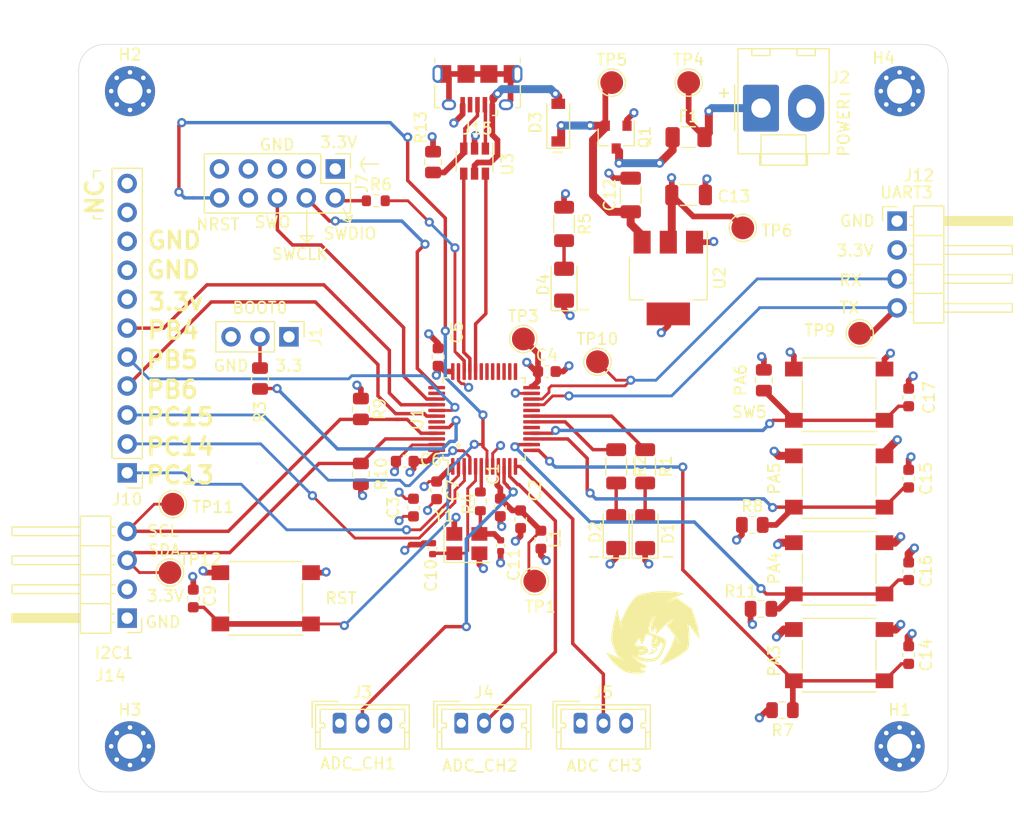
<source format=kicad_pcb>
(kicad_pcb (version 20171130) (host pcbnew 5.1.10-88a1d61d58~90~ubuntu20.04.1)
  (layers (0 F.Cu signal) (1 In1.Cu signal hide) (2 In2.Cu signal hide) (31 B.Cu signal) (34 B.Paste user) (35 F.Paste user) (36 B.SilkS user) (37 F.SilkS user) (38 B.Mask user) (39 F.Mask user) (44 Edge.Cuts user))
  (net 0 "")
  (net 1 GND)
  (net 2 +3.3VA)
  (net 3 +3V3)
  (net 4 NRST)
  (net 5 OSC_IN)
  (net 6 "Net-(C11-Pad1)")
  (net 7 "Net-(C12-Pad1)")
  (net 8 "Net-(D1-Pad2)")
  (net 9 "Net-(D2-Pad2)")
  (net 10 +5V)
  (net 11 "Net-(D4-Pad2)")
  (net 12 VCC)
  (net 13 "Net-(F1-Pad1)")
  (net 14 "Net-(J1-Pad2)")
  (net 15 ADC1_CH1)
  (net 16 ADC1_CH2)
  (net 17 "Net-(J7-Pad8)")
  (net 18 "Net-(J7-Pad7)")
  (net 19 SWO)
  (net 20 SWCLK)
  (net 21 "Net-(J7-Pad2)")
  (net 22 USART3_RX)
  (net 23 USART3_TX)
  (net 24 SDA)
  (net 25 SCL)
  (net 26 "Net-(J15-Pad6)")
  (net 27 "Net-(J15-Pad4)")
  (net 28 USB_CONN_DP)
  (net 29 USB_CONN_DM)
  (net 30 LED_2)
  (net 31 BOOT0)
  (net 32 OSC_OUT)
  (net 33 SWDIO)
  (net 34 USB_DP)
  (net 35 USB_DM)
  (net 36 LED_1)
  (net 37 PA3_BTN)
  (net 38 PA5_BTN)
  (net 39 PA4_BTN)
  (net 40 PA6_BTN)
  (net 41 PC15)
  (net 42 PC14)
  (net 43 PC13)
  (net 44 PB15)
  (net 45 PB14)
  (net 46 PB13)
  (net 47 PB12)
  (net 48 PA8)
  (net 49 PA7)
  (net 50 PB6_GPIO)
  (net 51 PB5_GPIO)
  (net 52 PB4_GPIO)
  (net 53 PB2_GPIO)
  (net 54 UART1_RX)
  (net 55 UART1_TX)
  (net 56 PB7_GPIO)
  (net 57 "Net-(U1-Pad38)")
  (net 58 ADC1_CH3)
  (net 59 "Net-(J10-Pad11)")
  (net 60 "Net-(J10-Pad10)")
  (module logo:ES (layer F.Cu) (at 123.5 125)
    (fp_text reference G*** hide)
    (fp_text value LOGO hide)
  )
  (module Connector_Molex:Molex_Micro-Latch_53253-0370_1x03_P2.00mm_Vertical (layer F.Cu) (at 117.0178 132.969)
    (fp_text reference J5 (at 2 -2.7) (layer F.SilkS))
    (fp_text value Conn_01x03_Male)
    (pad 3 thru_hole oval (at 4 0) (size 1.2 1.8) (drill 0.8) (layers *.Cu *.Mask) (net 3 +3V3))
    (pad 2 thru_hole oval (at 2 0) (size 1.2 1.8) (drill 0.8) (layers *.Cu *.Mask) (net 58 ADC1_CH3))
    (pad 1 thru_hole roundrect (at 0 0) (size 1.2 1.8) (drill 0.8) (layers *.Cu *.Mask) (roundrect_rratio 0.2083325) (net 1 GND))
  )
  (module Connector_Molex:Molex_Micro-Latch_53253-0370_1x03_P2.00mm_Vertical (layer F.Cu) (at 106.553 132.969)
    (fp_text reference J4 (at 2 -2.7) (layer F.SilkS))
    (fp_text value Conn_01x03_Male)
    (pad 3 thru_hole oval (at 4 0) (size 1.2 1.8) (drill 0.8) (layers *.Cu *.Mask) (net 3 +3V3))
    (pad 2 thru_hole oval (at 2 0) (size 1.2 1.8) (drill 0.8) (layers *.Cu *.Mask) (net 16 ADC1_CH2))
    (pad 1 thru_hole roundrect (at 0 0) (size 1.2 1.8) (drill 0.8) (layers *.Cu *.Mask) (roundrect_rratio 0.2083325) (net 1 GND))
  )
  (module Connector_Molex:Molex_Micro-Latch_53253-0370_1x03_P2.00mm_Vertical (layer F.Cu) (at 95.885 132.969)
    (fp_text reference J3 (at 2 -2.7) (layer F.SilkS))
    (fp_text value Conn_01x03_Male)
    (pad 3 thru_hole oval (at 4 0) (size 1.2 1.8) (drill 0.8) (layers *.Cu *.Mask) (net 3 +3V3))
    (pad 2 thru_hole oval (at 2 0) (size 1.2 1.8) (drill 0.8) (layers *.Cu *.Mask) (net 15 ADC1_CH1))
    (pad 1 thru_hole roundrect (at 0 0) (size 1.2 1.8) (drill 0.8) (layers *.Cu *.Mask) (roundrect_rratio 0.2083325) (net 1 GND))
  )
  (module Connector_PinHeader_2.54mm:PinHeader_1x04_P2.54mm_Horizontal (layer F.Cu) (at 77.25 123.75 180)
    (fp_text reference J14 (at 1.45 -5.05) (layer F.SilkS))
    (fp_text value Conn_01x04_Male)
    (pad 4 thru_hole oval (at 0 7.62 180) (size 1.7 1.7) (drill 1) (layers *.Cu *.Mask) (net 25 SCL))
    (pad 3 thru_hole oval (at 0 5.08 180) (size 1.7 1.7) (drill 1) (layers *.Cu *.Mask) (net 24 SDA))
    (pad 2 thru_hole oval (at 0 2.54 180) (size 1.7 1.7) (drill 1) (layers *.Cu *.Mask) (net 3 +3V3))
    (pad 1 thru_hole rect (at 0 0 180) (size 1.7 1.7) (drill 1) (layers *.Cu *.Mask) (net 1 GND))
  )
  (module Connector_PinHeader_2.54mm:PinHeader_1x04_P2.54mm_Horizontal (layer F.Cu) (at 144.78 88.9)
    (fp_text reference J12 (at 1.92 -4) (layer F.SilkS))
    (fp_text value Conn_01x04_Male)
    (pad 4 thru_hole oval (at 0 7.62) (size 1.7 1.7) (drill 1) (layers *.Cu *.Mask) (net 23 USART3_TX))
    (pad 3 thru_hole oval (at 0 5.08) (size 1.7 1.7) (drill 1) (layers *.Cu *.Mask) (net 22 USART3_RX))
    (pad 2 thru_hole oval (at 0 2.54) (size 1.7 1.7) (drill 1) (layers *.Cu *.Mask) (net 3 +3V3))
    (pad 1 thru_hole rect (at 0 0) (size 1.7 1.7) (drill 1) (layers *.Cu *.Mask) (net 1 GND))
  )
  (module Package_QFP:LQFP-48_7x7mm_P0.5mm (layer F.Cu) (at 108.5596 106.2736 90)
    (fp_text reference U1 (at 0 -5.85 90) (layer F.SilkS))
    (fp_text value STM32F302C8Tx)
    (pad 48 smd roundrect (at -2.75 -4.1625 90) (size 0.3 1.475) (layers F.Cu F.Paste F.Mask) (net 3 +3V3))
    (pad 47 smd roundrect (at -2.25 -4.1625 90) (size 0.3 1.475) (layers F.Cu F.Paste F.Mask) (net 1 GND))
    (pad 46 smd roundrect (at -1.75 -4.1625 90) (size 0.3 1.475) (layers F.Cu F.Paste F.Mask) (net 24 SDA))
    (pad 45 smd roundrect (at -1.25 -4.1625 90) (size 0.3 1.475) (layers F.Cu F.Paste F.Mask) (net 25 SCL))
    (pad 44 smd roundrect (at -0.75 -4.1625 90) (size 0.3 1.475) (layers F.Cu F.Paste F.Mask) (net 31 BOOT0))
    (pad 43 smd roundrect (at -0.25 -4.1625 90) (size 0.3 1.475) (layers F.Cu F.Paste F.Mask) (net 56 PB7_GPIO))
    (pad 42 smd roundrect (at 0.25 -4.1625 90) (size 0.3 1.475) (layers F.Cu F.Paste F.Mask) (net 50 PB6_GPIO))
    (pad 41 smd roundrect (at 0.75 -4.1625 90) (size 0.3 1.475) (layers F.Cu F.Paste F.Mask) (net 51 PB5_GPIO))
    (pad 40 smd roundrect (at 1.25 -4.1625 90) (size 0.3 1.475) (layers F.Cu F.Paste F.Mask) (net 52 PB4_GPIO))
    (pad 39 smd roundrect (at 1.75 -4.1625 90) (size 0.3 1.475) (layers F.Cu F.Paste F.Mask) (net 19 SWO))
    (pad 38 smd roundrect (at 2.25 -4.1625 90) (size 0.3 1.475) (layers F.Cu F.Paste F.Mask) (net 57 "Net-(U1-Pad38)"))
    (pad 37 smd roundrect (at 2.75 -4.1625 90) (size 0.3 1.475) (layers F.Cu F.Paste F.Mask) (net 20 SWCLK))
    (pad 36 smd roundrect (at 4.1625 -2.75 90) (size 1.475 0.3) (layers F.Cu F.Paste F.Mask) (net 3 +3V3))
    (pad 35 smd roundrect (at 4.1625 -2.25 90) (size 1.475 0.3) (layers F.Cu F.Paste F.Mask) (net 1 GND))
    (pad 34 smd roundrect (at 4.1625 -1.75 90) (size 1.475 0.3) (layers F.Cu F.Paste F.Mask) (net 33 SWDIO))
    (pad 33 smd roundrect (at 4.1625 -1.25 90) (size 1.475 0.3) (layers F.Cu F.Paste F.Mask) (net 34 USB_DP))
    (pad 32 smd roundrect (at 4.1625 -0.75 90) (size 1.475 0.3) (layers F.Cu F.Paste F.Mask) (net 35 USB_DM))
    (pad 31 smd roundrect (at 4.1625 -0.25 90) (size 1.475 0.3) (layers F.Cu F.Paste F.Mask) (net 54 UART1_RX))
    (pad 30 smd roundrect (at 4.1625 0.25 90) (size 1.475 0.3) (layers F.Cu F.Paste F.Mask) (net 55 UART1_TX))
    (pad 29 smd roundrect (at 4.1625 0.75 90) (size 1.475 0.3) (layers F.Cu F.Paste F.Mask) (net 48 PA8))
    (pad 28 smd roundrect (at 4.1625 1.25 90) (size 1.475 0.3) (layers F.Cu F.Paste F.Mask) (net 44 PB15))
    (pad 27 smd roundrect (at 4.1625 1.75 90) (size 1.475 0.3) (layers F.Cu F.Paste F.Mask) (net 45 PB14))
    (pad 26 smd roundrect (at 4.1625 2.25 90) (size 1.475 0.3) (layers F.Cu F.Paste F.Mask) (net 46 PB13))
    (pad 25 smd roundrect (at 4.1625 2.75 90) (size 1.475 0.3) (layers F.Cu F.Paste F.Mask) (net 47 PB12))
    (pad 24 smd roundrect (at 2.75 4.1625 90) (size 0.3 1.475) (layers F.Cu F.Paste F.Mask) (net 3 +3V3))
    (pad 23 smd roundrect (at 2.25 4.1625 90) (size 0.3 1.475) (layers F.Cu F.Paste F.Mask) (net 1 GND))
    (pad 22 smd roundrect (at 1.75 4.1625 90) (size 0.3 1.475) (layers F.Cu F.Paste F.Mask) (net 22 USART3_RX))
    (pad 21 smd roundrect (at 1.25 4.1625 90) (size 0.3 1.475) (layers F.Cu F.Paste F.Mask) (net 23 USART3_TX))
    (pad 20 smd roundrect (at 0.75 4.1625 90) (size 0.3 1.475) (layers F.Cu F.Paste F.Mask) (net 53 PB2_GPIO))
    (pad 19 smd roundrect (at 0.25 4.1625 90) (size 0.3 1.475) (layers F.Cu F.Paste F.Mask) (net 36 LED_1))
    (pad 18 smd roundrect (at -0.25 4.1625 90) (size 0.3 1.475) (layers F.Cu F.Paste F.Mask) (net 30 LED_2))
    (pad 17 smd roundrect (at -0.75 4.1625 90) (size 0.3 1.475) (layers F.Cu F.Paste F.Mask) (net 49 PA7))
    (pad 16 smd roundrect (at -1.25 4.1625 90) (size 0.3 1.475) (layers F.Cu F.Paste F.Mask) (net 40 PA6_BTN))
    (pad 15 smd roundrect (at -1.75 4.1625 90) (size 0.3 1.475) (layers F.Cu F.Paste F.Mask) (net 38 PA5_BTN))
    (pad 14 smd roundrect (at -2.25 4.1625 90) (size 0.3 1.475) (layers F.Cu F.Paste F.Mask) (net 39 PA4_BTN))
    (pad 13 smd roundrect (at -2.75 4.1625 90) (size 0.3 1.475) (layers F.Cu F.Paste F.Mask) (net 37 PA3_BTN))
    (pad 12 smd roundrect (at -4.1625 2.75 90) (size 1.475 0.3) (layers F.Cu F.Paste F.Mask) (net 58 ADC1_CH3))
    (pad 11 smd roundrect (at -4.1625 2.25 90) (size 1.475 0.3) (layers F.Cu F.Paste F.Mask) (net 16 ADC1_CH2))
    (pad 10 smd roundrect (at -4.1625 1.75 90) (size 1.475 0.3) (layers F.Cu F.Paste F.Mask) (net 15 ADC1_CH1))
    (pad 9 smd roundrect (at -4.1625 1.25 90) (size 1.475 0.3) (layers F.Cu F.Paste F.Mask) (net 2 +3.3VA))
    (pad 8 smd roundrect (at -4.1625 0.75 90) (size 1.475 0.3) (layers F.Cu F.Paste F.Mask) (net 1 GND))
    (pad 7 smd roundrect (at -4.1625 0.25 90) (size 1.475 0.3) (layers F.Cu F.Paste F.Mask) (net 4 NRST))
    (pad 6 smd roundrect (at -4.1625 -0.25 90) (size 1.475 0.3) (layers F.Cu F.Paste F.Mask) (net 32 OSC_OUT))
    (pad 5 smd roundrect (at -4.1625 -0.75 90) (size 1.475 0.3) (layers F.Cu F.Paste F.Mask) (net 5 OSC_IN))
    (pad 4 smd roundrect (at -4.1625 -1.25 90) (size 1.475 0.3) (layers F.Cu F.Paste F.Mask) (net 41 PC15))
    (pad 3 smd roundrect (at -4.1625 -1.75 90) (size 1.475 0.3) (layers F.Cu F.Paste F.Mask) (net 42 PC14))
    (pad 2 smd roundrect (at -4.1625 -2.25 90) (size 1.475 0.3) (layers F.Cu F.Paste F.Mask) (net 43 PC13))
    (pad 1 smd roundrect (at -4.1625 -2.75 90) (size 1.475 0.3) (layers F.Cu F.Paste F.Mask) (net 3 +3V3))
  )
  (module Crystal:Crystal_SMD_3225-4Pin_3.2x2.5mm (layer F.Cu) (at 107.0434 117.2074)
    (fp_text reference Y1 (at -1.989 -2.45) (layer F.SilkS))
    (fp_text value 16MHz)
    (pad 4 smd rect (at -1.1 -0.85) (size 1.4 1.2) (layers F.Cu F.Paste F.Mask) (net 1 GND))
    (pad 3 smd rect (at 1.1 -0.85) (size 1.4 1.2) (layers F.Cu F.Paste F.Mask) (net 6 "Net-(C11-Pad1)"))
    (pad 2 smd rect (at 1.1 0.85) (size 1.4 1.2) (layers F.Cu F.Paste F.Mask) (net 1 GND))
    (pad 1 smd rect (at -1.1 0.85) (size 1.4 1.2) (layers F.Cu F.Paste F.Mask) (net 5 OSC_IN))
  )
  (module Package_TO_SOT_SMD:SOT-23-6 (layer F.Cu) (at 107.7214 83.6422 270)
    (fp_text reference U3 (at 0.2578 -2.8786 90) (layer F.SilkS))
    (fp_text value USBLC6-2SC6)
    (pad 5 smd rect (at 1.1 0 270) (size 1.06 0.65) (layers F.Cu F.Paste F.Mask) (net 10 +5V))
    (pad 6 smd rect (at 1.1 -0.95 270) (size 1.06 0.65) (layers F.Cu F.Paste F.Mask) (net 35 USB_DM))
    (pad 4 smd rect (at 1.1 0.95 270) (size 1.06 0.65) (layers F.Cu F.Paste F.Mask) (net 34 USB_DP))
    (pad 3 smd rect (at -1.1 0.95 270) (size 1.06 0.65) (layers F.Cu F.Paste F.Mask) (net 28 USB_CONN_DP))
    (pad 2 smd rect (at -1.1 0 270) (size 1.06 0.65) (layers F.Cu F.Paste F.Mask) (net 1 GND))
    (pad 1 smd rect (at -1.1 -0.95 270) (size 1.06 0.65) (layers F.Cu F.Paste F.Mask) (net 29 USB_CONN_DM))
  )
  (module Package_TO_SOT_SMD:SOT-223-3_TabPin2 (layer F.Cu) (at 124.714 93.9038 270)
    (fp_text reference U2 (at 0 -4.5 90) (layer F.SilkS))
    (fp_text value AMS1117-3.3)
    (pad 1 smd rect (at -3.15 -2.3 270) (size 2 1.5) (layers F.Cu F.Paste F.Mask) (net 1 GND))
    (pad 3 smd rect (at -3.15 2.3 270) (size 2 1.5) (layers F.Cu F.Paste F.Mask) (net 7 "Net-(C12-Pad1)"))
    (pad 2 smd rect (at -3.15 0 270) (size 2 1.5) (layers F.Cu F.Paste F.Mask) (net 3 +3V3))
    (pad 2 smd rect (at 3.15 0 270) (size 2 3.8) (layers F.Cu F.Paste F.Mask) (net 3 +3V3))
  )
  (module TestPoint:TestPoint_Pad_D2.0mm (layer F.Cu) (at 81 119.75)
    (fp_text reference TP12 (at 2.7 -1.15) (layer F.SilkS))
    (fp_text value SDA_TP)
    (pad 1 smd circle (at 0 0) (size 2 2) (layers F.Cu F.Mask) (net 24 SDA))
  )
  (module TestPoint:TestPoint_Pad_D2.0mm (layer F.Cu) (at 81.25 113.75)
    (fp_text reference TP11 (at 3.55 0.25) (layer F.SilkS))
    (fp_text value SCL_TP)
    (pad 1 smd circle (at 0 0) (size 2 2) (layers F.Cu F.Mask) (net 25 SCL))
  )
  (module TestPoint:TestPoint_Pad_D2.0mm (layer F.Cu) (at 118.5 101.25)
    (fp_text reference TP10 (at 0 -1.998) (layer F.SilkS))
    (fp_text value RX3_TP)
    (pad 1 smd circle (at 0 0) (size 2 2) (layers F.Cu F.Mask) (net 22 USART3_RX))
  )
  (module TestPoint:TestPoint_Pad_D2.0mm (layer F.Cu) (at 141.5 98.75)
    (fp_text reference TP9 (at -3.5 -0.25) (layer F.SilkS))
    (fp_text value TX3_TP)
    (pad 1 smd circle (at 0 0) (size 2 2) (layers F.Cu F.Mask) (net 23 USART3_TX))
  )
  (module TestPoint:TestPoint_Pad_D2.0mm (layer F.Cu) (at 131.25 89.5)
    (fp_text reference TP6 (at 3 0.25) (layer F.SilkS))
    (fp_text value TP)
    (pad 1 smd circle (at 0 0) (size 2 2) (layers F.Cu F.Mask) (net 3 +3V3))
  )
  (module TestPoint:TestPoint_Pad_D2.0mm (layer F.Cu) (at 119.75 76.75)
    (fp_text reference TP5 (at 0 -1.998) (layer F.SilkS))
    (fp_text value TP)
    (pad 1 smd circle (at 0 0) (size 2 2) (layers F.Cu F.Mask) (net 7 "Net-(C12-Pad1)"))
  )
  (module TestPoint:TestPoint_Pad_D2.0mm (layer F.Cu) (at 126.5 76.75)
    (fp_text reference TP4 (at 0 -1.998) (layer F.SilkS))
    (fp_text value TP)
    (pad 1 smd circle (at 0 0) (size 2 2) (layers F.Cu F.Mask) (net 12 VCC))
  )
  (module TestPoint:TestPoint_Pad_D2.0mm (layer F.Cu) (at 112 99.25)
    (fp_text reference TP3 (at 0 -1.998) (layer F.SilkS))
    (fp_text value TestPoint)
    (pad 1 smd circle (at 0 0) (size 2 2) (layers F.Cu F.Mask) (net 3 +3V3))
  )
  (module TestPoint:TestPoint_Pad_D2.0mm (layer F.Cu) (at 113 120.5)
    (fp_text reference TP1 (at 0.5 2.25) (layer F.SilkS))
    (fp_text value TestPoint)
    (pad 1 smd circle (at 0 0) (size 2 2) (layers F.Cu F.Mask) (net 2 +3.3VA))
  )
  (module Button_Switch_SMD:SW_Push_1P1T_NO_6x6mm_H9.5mm (layer F.Cu) (at 139.7 104.14 180)
    (fp_text reference SW5 (at 7.874 -1.524) (layer F.SilkS))
    (fp_text value PB15)
    (pad 2 smd rect (at 3.975 2.25 180) (size 1.55 1.3) (layers F.Cu F.Paste F.Mask) (net 1 GND))
    (pad 1 smd rect (at 3.975 -2.25 180) (size 1.55 1.3) (layers F.Cu F.Paste F.Mask) (net 40 PA6_BTN))
    (pad 1 smd rect (at -3.975 -2.25 180) (size 1.55 1.3) (layers F.Cu F.Paste F.Mask) (net 40 PA6_BTN))
    (pad 2 smd rect (at -3.975 2.25 180) (size 1.55 1.3) (layers F.Cu F.Paste F.Mask) (net 1 GND))
  )
  (module Button_Switch_SMD:SW_Push_1P1T_NO_6x6mm_H9.5mm (layer F.Cu) (at 139.7 119.38 180)
    (fp_text reference PA4 (at 5.7 0 90) (layer F.SilkS))
    (fp_text value PB13)
    (pad 2 smd rect (at 3.975 2.25 180) (size 1.55 1.3) (layers F.Cu F.Paste F.Mask) (net 1 GND))
    (pad 1 smd rect (at 3.975 -2.25 180) (size 1.55 1.3) (layers F.Cu F.Paste F.Mask) (net 39 PA4_BTN))
    (pad 1 smd rect (at -3.975 -2.25 180) (size 1.55 1.3) (layers F.Cu F.Paste F.Mask) (net 39 PA4_BTN))
    (pad 2 smd rect (at -3.975 2.25 180) (size 1.55 1.3) (layers F.Cu F.Paste F.Mask) (net 1 GND))
  )
  (module Button_Switch_SMD:SW_Push_1P1T_NO_6x6mm_H9.5mm (layer F.Cu) (at 139.7 111.76 180)
    (fp_text reference PA5 (at 5.7 0.26 90) (layer F.SilkS))
    (fp_text value PB14)
    (pad 2 smd rect (at 3.975 2.25 180) (size 1.55 1.3) (layers F.Cu F.Paste F.Mask) (net 1 GND))
    (pad 1 smd rect (at 3.975 -2.25 180) (size 1.55 1.3) (layers F.Cu F.Paste F.Mask) (net 38 PA5_BTN))
    (pad 1 smd rect (at -3.975 -2.25 180) (size 1.55 1.3) (layers F.Cu F.Paste F.Mask) (net 38 PA5_BTN))
    (pad 2 smd rect (at -3.975 2.25 180) (size 1.55 1.3) (layers F.Cu F.Paste F.Mask) (net 1 GND))
  )
  (module Button_Switch_SMD:SW_Push_1P1T_NO_6x6mm_H9.5mm (layer F.Cu) (at 139.7 127 180)
    (fp_text reference PA3 (at 5.7 -0.5 90) (layer F.SilkS))
    (fp_text value PB12)
    (pad 2 smd rect (at 3.975 2.25 180) (size 1.55 1.3) (layers F.Cu F.Paste F.Mask) (net 1 GND))
    (pad 1 smd rect (at 3.975 -2.25 180) (size 1.55 1.3) (layers F.Cu F.Paste F.Mask) (net 37 PA3_BTN))
    (pad 1 smd rect (at -3.975 -2.25 180) (size 1.55 1.3) (layers F.Cu F.Paste F.Mask) (net 37 PA3_BTN))
    (pad 2 smd rect (at -3.975 2.25 180) (size 1.55 1.3) (layers F.Cu F.Paste F.Mask) (net 1 GND))
  )
  (module Button_Switch_SMD:SW_Push_1P1T_NO_6x6mm_H9.5mm (layer F.Cu) (at 89.4 122.01 180)
    (fp_text reference RST (at -6.6 0) (layer F.SilkS))
    (fp_text value SW_Push_Dual_x2)
    (pad 2 smd rect (at 3.975 2.25 180) (size 1.55 1.3) (layers F.Cu F.Paste F.Mask) (net 1 GND))
    (pad 1 smd rect (at 3.975 -2.25 180) (size 1.55 1.3) (layers F.Cu F.Paste F.Mask) (net 4 NRST))
    (pad 1 smd rect (at -3.975 -2.25 180) (size 1.55 1.3) (layers F.Cu F.Paste F.Mask) (net 4 NRST))
    (pad 2 smd rect (at -3.975 2.25 180) (size 1.55 1.3) (layers F.Cu F.Paste F.Mask) (net 1 GND))
  )
  (module Resistor_SMD:R_0805_2012Metric (layer F.Cu) (at 104.078 83.726 270)
    (fp_text reference R13 (at -3.026 1.078 90) (layer F.SilkS))
    (fp_text value 1.5k)
    (pad 2 smd roundrect (at 0.9125 0 270) (size 1.025 1.4) (layers F.Cu F.Paste F.Mask) (roundrect_rratio 0.2439014634146341) (net 28 USB_CONN_DP))
    (pad 1 smd roundrect (at -0.9125 0 270) (size 1.025 1.4) (layers F.Cu F.Paste F.Mask) (roundrect_rratio 0.2439014634146341) (net 3 +3V3))
  )
  (module Resistor_SMD:R_0805_2012Metric (layer F.Cu) (at 133.096 102.87 270)
    (fp_text reference PA6 (at 0 2.032 90) (layer F.SilkS))
    (fp_text value 10k)
    (pad 2 smd roundrect (at 0.9125 0 270) (size 1.025 1.4) (layers F.Cu F.Paste F.Mask) (roundrect_rratio 0.2439014634146341) (net 40 PA6_BTN))
    (pad 1 smd roundrect (at -0.9125 0 270) (size 1.025 1.4) (layers F.Cu F.Paste F.Mask) (roundrect_rratio 0.2439014634146341) (net 3 +3V3))
  )
  (module Resistor_SMD:R_0805_2012Metric (layer F.Cu) (at 132.842 122.936)
    (fp_text reference R11 (at -1.778 -1.524) (layer F.SilkS))
    (fp_text value 10k)
    (pad 2 smd roundrect (at 0.9125 0) (size 1.025 1.4) (layers F.Cu F.Paste F.Mask) (roundrect_rratio 0.2439014634146341) (net 39 PA4_BTN))
    (pad 1 smd roundrect (at -0.9125 0) (size 1.025 1.4) (layers F.Cu F.Paste F.Mask) (roundrect_rratio 0.2439014634146341) (net 3 +3V3))
  )
  (module Resistor_SMD:R_0805_2012Metric (layer F.Cu) (at 97.75 111.0875 90)
    (fp_text reference R10 (at 0 1.778 90) (layer F.SilkS))
    (fp_text value 4.7k)
    (pad 2 smd roundrect (at 0.9125 0 90) (size 1.025 1.4) (layers F.Cu F.Paste F.Mask) (roundrect_rratio 0.2439014634146341) (net 24 SDA))
    (pad 1 smd roundrect (at -0.9125 0 90) (size 1.025 1.4) (layers F.Cu F.Paste F.Mask) (roundrect_rratio 0.2439014634146341) (net 3 +3V3))
  )
  (module Resistor_SMD:R_0805_2012Metric (layer F.Cu) (at 97.75 105.3935 270)
    (fp_text reference R9 (at 0 -1.65 90) (layer F.SilkS))
    (fp_text value 4.7k)
    (pad 2 smd roundrect (at 0.9125 0 270) (size 1.025 1.4) (layers F.Cu F.Paste F.Mask) (roundrect_rratio 0.2439014634146341) (net 25 SCL))
    (pad 1 smd roundrect (at -0.9125 0 270) (size 1.025 1.4) (layers F.Cu F.Paste F.Mask) (roundrect_rratio 0.2439014634146341) (net 3 +3V3))
  )
  (module Resistor_SMD:R_0805_2012Metric (layer F.Cu) (at 132.08 115.57)
    (fp_text reference R8 (at 0 -1.65) (layer F.SilkS))
    (fp_text value 10k)
    (pad 2 smd roundrect (at 0.9125 0) (size 1.025 1.4) (layers F.Cu F.Paste F.Mask) (roundrect_rratio 0.2439014634146341) (net 38 PA5_BTN))
    (pad 1 smd roundrect (at -0.9125 0) (size 1.025 1.4) (layers F.Cu F.Paste F.Mask) (roundrect_rratio 0.2439014634146341) (net 3 +3V3))
  )
  (module Resistor_SMD:R_0805_2012Metric (layer F.Cu) (at 134.7235 131.826)
    (fp_text reference R7 (at 0 1.778) (layer F.SilkS))
    (fp_text value 10k)
    (pad 2 smd roundrect (at 0.9125 0) (size 1.025 1.4) (layers F.Cu F.Paste F.Mask) (roundrect_rratio 0.2439014634146341) (net 37 PA3_BTN))
    (pad 1 smd roundrect (at -0.9125 0) (size 1.025 1.4) (layers F.Cu F.Paste F.Mask) (roundrect_rratio 0.2439014634146341) (net 3 +3V3))
  )
  (module Resistor_SMD:R_0603_1608Metric (layer F.Cu) (at 99.06 87.122)
    (fp_text reference R6 (at 0.44 -1.43) (layer F.SilkS))
    (fp_text value 22)
    (pad 2 smd roundrect (at 0.825 0) (size 0.8 0.95) (layers F.Cu F.Paste F.Mask) (net 33 SWDIO))
    (pad 1 smd roundrect (at -0.825 0) (size 0.8 0.95) (layers F.Cu F.Paste F.Mask) (net 21 "Net-(J7-Pad2)"))
  )
  (module Resistor_SMD:R_1206_3216Metric (layer F.Cu) (at 115.57 89.154 270)
    (fp_text reference R5 (at 0 -1.82 90) (layer F.SilkS))
    (fp_text value 1k)
    (pad 2 smd roundrect (at 1.4625 0 270) (size 1.125 1.75) (layers F.Cu F.Paste F.Mask) (roundrect_rratio 0.2222213333333333) (net 11 "Net-(D4-Pad2)"))
    (pad 1 smd roundrect (at -1.4625 0 270) (size 1.125 1.75) (layers F.Cu F.Paste F.Mask) (roundrect_rratio 0.2222213333333333) (net 3 +3V3))
  )
  (module Resistor_SMD:R_0603_1608Metric (layer F.Cu) (at 108.2294 113.5004 270)
    (fp_text reference R4 (at 0.1996 1.0294 90) (layer F.SilkS))
    (fp_text value 820)
    (pad 2 smd roundrect (at 0.825 0 270) (size 0.8 0.95) (layers F.Cu F.Paste F.Mask) (net 6 "Net-(C11-Pad1)"))
    (pad 1 smd roundrect (at -0.825 0 270) (size 0.8 0.95) (layers F.Cu F.Paste F.Mask) (net 32 OSC_OUT))
  )
  (module Resistor_SMD:R_0805_2012Metric (layer F.Cu) (at 88.9 102.7195 270)
    (fp_text reference R3 (at 2.9445 0 90) (layer F.SilkS))
    (fp_text value 10k)
    (pad 2 smd roundrect (at 0.9125 0 270) (size 1.025 1.4) (layers F.Cu F.Paste F.Mask) (roundrect_rratio 0.2439014634146341) (net 31 BOOT0))
    (pad 1 smd roundrect (at -0.9125 0 270) (size 1.025 1.4) (layers F.Cu F.Paste F.Mask) (roundrect_rratio 0.2439014634146341) (net 14 "Net-(J1-Pad2)"))
  )
  (module Resistor_SMD:R_1206_3216Metric (layer F.Cu) (at 120.142 110.4285 270)
    (fp_text reference R2 (at 0 -2.085 90) (layer F.SilkS))
    (fp_text value 1k)
    (pad 2 smd roundrect (at 1.4625 0 270) (size 1.125 1.75) (layers F.Cu F.Paste F.Mask) (roundrect_rratio 0.2222213333333333) (net 9 "Net-(D2-Pad2)"))
    (pad 1 smd roundrect (at -1.4625 0 270) (size 1.125 1.75) (layers F.Cu F.Paste F.Mask) (roundrect_rratio 0.2222213333333333) (net 30 LED_2))
  )
  (module Resistor_SMD:R_1206_3216Metric (layer F.Cu) (at 122.682 110.4285 270)
    (fp_text reference R1 (at 0 -1.82 90) (layer F.SilkS))
    (fp_text value 1k)
    (pad 2 smd roundrect (at 1.4625 0 270) (size 1.125 1.75) (layers F.Cu F.Paste F.Mask) (roundrect_rratio 0.2222213333333333) (net 8 "Net-(D1-Pad2)"))
    (pad 1 smd roundrect (at -1.4625 0 270) (size 1.125 1.75) (layers F.Cu F.Paste F.Mask) (roundrect_rratio 0.2222213333333333) (net 36 LED_1))
  )
  (module Package_TO_SOT_SMD:SOT-23 (layer F.Cu) (at 120.142 81.534 270)
    (fp_text reference Q1 (at 0 -2.5 90) (layer F.SilkS))
    (fp_text value AO3401A)
    (pad 3 smd rect (at 1 0 270) (size 0.9 0.8) (layers F.Cu F.Paste F.Mask) (net 13 "Net-(F1-Pad1)"))
    (pad 2 smd rect (at -1 0.95 270) (size 0.9 0.8) (layers F.Cu F.Paste F.Mask) (net 7 "Net-(C12-Pad1)"))
    (pad 1 smd rect (at -1 -0.95 270) (size 0.9 0.8) (layers F.Cu F.Paste F.Mask) (net 1 GND))
  )
  (module Inductor_SMD:L_0603_1608Metric (layer F.Cu) (at 113.538 116.8655 90)
    (fp_text reference L1 (at 0.1155 1.212 90) (layer F.SilkS))
    (fp_text value 39n)
    (pad 2 smd roundrect (at 0.7875 0 90) (size 0.875 0.95) (layers F.Cu F.Paste F.Mask) (net 2 +3.3VA))
    (pad 1 smd roundrect (at -0.7875 0 90) (size 0.875 0.95) (layers F.Cu F.Paste F.Mask) (net 3 +3V3))
  )
  (module Connector_USB:USB_Micro-B_Amphenol_10118194_Horizontal (layer F.Cu) (at 107.9754 77.2922 180)
    (fp_text reference J15 (at 0 -3.5) (layer F.SilkS))
    (fp_text value USB_B_Micro)
    (pad 6 thru_hole oval (at 3.5 1.3 180) (size 0.89 1.55) (drill oval 0.5 1.15) (layers *.Cu *.Mask) (net 26 "Net-(J15-Pad6)"))
    (pad 6 thru_hole oval (at -3.5 1.3 180) (size 0.89 1.55) (drill oval 0.5 1.15) (layers *.Cu *.Mask) (net 26 "Net-(J15-Pad6)"))
    (pad 6 smd rect (at 2.9 1.3 180) (size 1.2 1.55) (layers F.Cu F.Paste F.Mask) (net 26 "Net-(J15-Pad6)"))
    (pad 6 smd rect (at -2.9 1.3 180) (size 1.2 1.55) (layers F.Cu F.Paste F.Mask) (net 26 "Net-(J15-Pad6)"))
    (pad 6 smd rect (at 1 1.3 180) (size 1.5 1.55) (layers F.Cu F.Paste F.Mask) (net 26 "Net-(J15-Pad6)"))
    (pad 6 smd rect (at -1 1.3 180) (size 1.5 1.55) (layers F.Cu F.Paste F.Mask) (net 26 "Net-(J15-Pad6)"))
    (pad 6 thru_hole oval (at 2.5 -1.4 180) (size 1.25 0.95) (drill oval 0.85 0.55) (layers *.Cu *.Mask) (net 26 "Net-(J15-Pad6)"))
    (pad 6 thru_hole oval (at -2.5 -1.4 180) (size 1.25 0.95) (drill oval 0.85 0.55) (layers *.Cu *.Mask) (net 26 "Net-(J15-Pad6)"))
    (pad 5 smd rect (at 1.3 -1.4 180) (size 0.4 1.35) (layers F.Cu F.Paste F.Mask) (net 1 GND))
    (pad 4 smd rect (at 0.65 -1.4 180) (size 0.4 1.35) (layers F.Cu F.Paste F.Mask) (net 27 "Net-(J15-Pad4)"))
    (pad 3 smd rect (at 0 -1.4 180) (size 0.4 1.35) (layers F.Cu F.Paste F.Mask) (net 28 USB_CONN_DP))
    (pad 2 smd rect (at -0.65 -1.4 180) (size 0.4 1.35) (layers F.Cu F.Paste F.Mask) (net 29 USB_CONN_DM))
    (pad 1 smd rect (at -1.3 -1.4 180) (size 0.4 1.35) (layers F.Cu F.Paste F.Mask) (net 10 +5V))
  )
  (module Connector_PinHeader_2.54mm:PinHeader_1x11_P2.54mm_Vertical (layer F.Cu) (at 77.25 111 180)
    (fp_text reference J10 (at 0 -2.33) (layer F.SilkS))
    (fp_text value Conn_01x11_Male)
    (pad 11 thru_hole oval (at 0 25.4 180) (size 1.7 1.7) (drill 1) (layers *.Cu *.Mask) (net 59 "Net-(J10-Pad11)"))
    (pad 10 thru_hole oval (at 0 22.86 180) (size 1.7 1.7) (drill 1) (layers *.Cu *.Mask) (net 60 "Net-(J10-Pad10)"))
    (pad 9 thru_hole oval (at 0 20.32 180) (size 1.7 1.7) (drill 1) (layers *.Cu *.Mask) (net 1 GND))
    (pad 8 thru_hole oval (at 0 17.78 180) (size 1.7 1.7) (drill 1) (layers *.Cu *.Mask) (net 1 GND))
    (pad 7 thru_hole oval (at 0 15.24 180) (size 1.7 1.7) (drill 1) (layers *.Cu *.Mask) (net 3 +3V3))
    (pad 6 thru_hole oval (at 0 12.7 180) (size 1.7 1.7) (drill 1) (layers *.Cu *.Mask) (net 52 PB4_GPIO))
    (pad 5 thru_hole oval (at 0 10.16 180) (size 1.7 1.7) (drill 1) (layers *.Cu *.Mask) (net 51 PB5_GPIO))
    (pad 4 thru_hole oval (at 0 7.62 180) (size 1.7 1.7) (drill 1) (layers *.Cu *.Mask) (net 50 PB6_GPIO))
    (pad 3 thru_hole oval (at 0 5.08 180) (size 1.7 1.7) (drill 1) (layers *.Cu *.Mask) (net 41 PC15))
    (pad 2 thru_hole oval (at 0 2.54 180) (size 1.7 1.7) (drill 1) (layers *.Cu *.Mask) (net 42 PC14))
    (pad 1 thru_hole rect (at 0 0 180) (size 1.7 1.7) (drill 1) (layers *.Cu *.Mask) (net 43 PC13))
  )
  (module Connector_PinHeader_2.54mm:PinHeader_2x05_P2.54mm_Vertical (layer F.Cu) (at 95.504 84.328 270)
    (fp_text reference J7 (at 1.27 -2.33 90) (layer F.SilkS))
    (fp_text value SWD)
    (pad 10 thru_hole oval (at 2.54 10.16 270) (size 1.7 1.7) (drill 1) (layers *.Cu *.Mask) (net 4 NRST))
    (pad 9 thru_hole oval (at 0 10.16 270) (size 1.7 1.7) (drill 1) (layers *.Cu *.Mask) (net 1 GND))
    (pad 8 thru_hole oval (at 2.54 7.62 270) (size 1.7 1.7) (drill 1) (layers *.Cu *.Mask) (net 17 "Net-(J7-Pad8)"))
    (pad 7 thru_hole oval (at 0 7.62 270) (size 1.7 1.7) (drill 1) (layers *.Cu *.Mask) (net 18 "Net-(J7-Pad7)"))
    (pad 6 thru_hole oval (at 2.54 5.08 270) (size 1.7 1.7) (drill 1) (layers *.Cu *.Mask) (net 19 SWO))
    (pad 5 thru_hole oval (at 0 5.08 270) (size 1.7 1.7) (drill 1) (layers *.Cu *.Mask) (net 1 GND))
    (pad 4 thru_hole oval (at 2.54 2.54 270) (size 1.7 1.7) (drill 1) (layers *.Cu *.Mask) (net 20 SWCLK))
    (pad 3 thru_hole oval (at 0 2.54 270) (size 1.7 1.7) (drill 1) (layers *.Cu *.Mask) (net 1 GND))
    (pad 2 thru_hole oval (at 2.54 0 270) (size 1.7 1.7) (drill 1) (layers *.Cu *.Mask) (net 21 "Net-(J7-Pad2)"))
    (pad 1 thru_hole rect (at 0 0 270) (size 1.7 1.7) (drill 1) (layers *.Cu *.Mask) (net 3 +3V3))
  )
  (module Connector_Molex:Molex_KK-396_A-41791-0002_1x02_P3.96mm_Vertical (layer F.Cu) (at 132.842 78.994)
    (fp_text reference J2 (at 6.958 -2.694) (layer F.SilkS))
    (fp_text value Conn_01x02_Male)
    (pad 2 thru_hole oval (at 3.96 0) (size 3.16 4.1) (drill 1.7) (layers *.Cu *.Mask) (net 1 GND))
    (pad 1 thru_hole roundrect (at 0 0) (size 3.16 4.1) (drill 1.7) (layers *.Cu *.Mask) (roundrect_rratio 0.07911392405063292) (net 12 VCC))
  )
  (module Connector_PinHeader_2.54mm:PinHeader_1x03_P2.54mm_Vertical (layer F.Cu) (at 91.44 99.06 270)
    (fp_text reference J1 (at 0 -2.33 90) (layer F.SilkS))
    (fp_text value Conn_01x03_Male)
    (pad 3 thru_hole oval (at 0 5.08 270) (size 1.7 1.7) (drill 1) (layers *.Cu *.Mask) (net 1 GND))
    (pad 2 thru_hole oval (at 0 2.54 270) (size 1.7 1.7) (drill 1) (layers *.Cu *.Mask) (net 14 "Net-(J1-Pad2)"))
    (pad 1 thru_hole rect (at 0 0 270) (size 1.7 1.7) (drill 1) (layers *.Cu *.Mask) (net 3 +3V3))
  )
  (module MountingHole:MountingHole_2.2mm_M2_Pad_Via (layer F.Cu) (at 145 77.5)
    (fp_text reference H4 (at -1.4 -2.9) (layer F.SilkS))
    (fp_text value MountingHole_Pad)
    (pad 1 thru_hole circle (at 1.166726 -1.166726) (size 0.7 0.7) (drill 0.4) (layers *.Cu *.Mask) (net 1 GND))
    (pad 1 thru_hole circle (at 0 -1.65) (size 0.7 0.7) (drill 0.4) (layers *.Cu *.Mask) (net 1 GND))
    (pad 1 thru_hole circle (at -1.166726 -1.166726) (size 0.7 0.7) (drill 0.4) (layers *.Cu *.Mask) (net 1 GND))
    (pad 1 thru_hole circle (at -1.65 0) (size 0.7 0.7) (drill 0.4) (layers *.Cu *.Mask) (net 1 GND))
    (pad 1 thru_hole circle (at -1.166726 1.166726) (size 0.7 0.7) (drill 0.4) (layers *.Cu *.Mask) (net 1 GND))
    (pad 1 thru_hole circle (at 0 1.65) (size 0.7 0.7) (drill 0.4) (layers *.Cu *.Mask) (net 1 GND))
    (pad 1 thru_hole circle (at 1.166726 1.166726) (size 0.7 0.7) (drill 0.4) (layers *.Cu *.Mask) (net 1 GND))
    (pad 1 thru_hole circle (at 1.65 0) (size 0.7 0.7) (drill 0.4) (layers *.Cu *.Mask) (net 1 GND))
    (pad 1 thru_hole circle (at 0 0) (size 4.4 4.4) (drill 2.2) (layers *.Cu *.Mask) (net 1 GND))
  )
  (module MountingHole:MountingHole_2.2mm_M2_Pad_Via (layer F.Cu) (at 77.5 135)
    (fp_text reference H3 (at 0 -3.2) (layer F.SilkS))
    (fp_text value MountingHole_Pad)
    (pad 1 thru_hole circle (at 1.166726 -1.166726) (size 0.7 0.7) (drill 0.4) (layers *.Cu *.Mask) (net 1 GND))
    (pad 1 thru_hole circle (at 0 -1.65) (size 0.7 0.7) (drill 0.4) (layers *.Cu *.Mask) (net 1 GND))
    (pad 1 thru_hole circle (at -1.166726 -1.166726) (size 0.7 0.7) (drill 0.4) (layers *.Cu *.Mask) (net 1 GND))
    (pad 1 thru_hole circle (at -1.65 0) (size 0.7 0.7) (drill 0.4) (layers *.Cu *.Mask) (net 1 GND))
    (pad 1 thru_hole circle (at -1.166726 1.166726) (size 0.7 0.7) (drill 0.4) (layers *.Cu *.Mask) (net 1 GND))
    (pad 1 thru_hole circle (at 0 1.65) (size 0.7 0.7) (drill 0.4) (layers *.Cu *.Mask) (net 1 GND))
    (pad 1 thru_hole circle (at 1.166726 1.166726) (size 0.7 0.7) (drill 0.4) (layers *.Cu *.Mask) (net 1 GND))
    (pad 1 thru_hole circle (at 1.65 0) (size 0.7 0.7) (drill 0.4) (layers *.Cu *.Mask) (net 1 GND))
    (pad 1 thru_hole circle (at 0 0) (size 4.4 4.4) (drill 2.2) (layers *.Cu *.Mask) (net 1 GND))
  )
  (module MountingHole:MountingHole_2.2mm_M2_Pad_Via (layer F.Cu) (at 77.5 77.5)
    (fp_text reference H2 (at 0 -3.2) (layer F.SilkS))
    (fp_text value MountingHole_Pad)
    (pad 1 thru_hole circle (at 1.166726 -1.166726) (size 0.7 0.7) (drill 0.4) (layers *.Cu *.Mask) (net 1 GND))
    (pad 1 thru_hole circle (at 0 -1.65) (size 0.7 0.7) (drill 0.4) (layers *.Cu *.Mask) (net 1 GND))
    (pad 1 thru_hole circle (at -1.166726 -1.166726) (size 0.7 0.7) (drill 0.4) (layers *.Cu *.Mask) (net 1 GND))
    (pad 1 thru_hole circle (at -1.65 0) (size 0.7 0.7) (drill 0.4) (layers *.Cu *.Mask) (net 1 GND))
    (pad 1 thru_hole circle (at -1.166726 1.166726) (size 0.7 0.7) (drill 0.4) (layers *.Cu *.Mask) (net 1 GND))
    (pad 1 thru_hole circle (at 0 1.65) (size 0.7 0.7) (drill 0.4) (layers *.Cu *.Mask) (net 1 GND))
    (pad 1 thru_hole circle (at 1.166726 1.166726) (size 0.7 0.7) (drill 0.4) (layers *.Cu *.Mask) (net 1 GND))
    (pad 1 thru_hole circle (at 1.65 0) (size 0.7 0.7) (drill 0.4) (layers *.Cu *.Mask) (net 1 GND))
    (pad 1 thru_hole circle (at 0 0) (size 4.4 4.4) (drill 2.2) (layers *.Cu *.Mask) (net 1 GND))
  )
  (module MountingHole:MountingHole_2.2mm_M2_Pad_Via (layer F.Cu) (at 145 135)
    (fp_text reference H1 (at 0 -3.2) (layer F.SilkS))
    (fp_text value MountingHole_Pad)
    (pad 1 thru_hole circle (at 1.166726 -1.166726) (size 0.7 0.7) (drill 0.4) (layers *.Cu *.Mask) (net 1 GND))
    (pad 1 thru_hole circle (at 0 -1.65) (size 0.7 0.7) (drill 0.4) (layers *.Cu *.Mask) (net 1 GND))
    (pad 1 thru_hole circle (at -1.166726 -1.166726) (size 0.7 0.7) (drill 0.4) (layers *.Cu *.Mask) (net 1 GND))
    (pad 1 thru_hole circle (at -1.65 0) (size 0.7 0.7) (drill 0.4) (layers *.Cu *.Mask) (net 1 GND))
    (pad 1 thru_hole circle (at -1.166726 1.166726) (size 0.7 0.7) (drill 0.4) (layers *.Cu *.Mask) (net 1 GND))
    (pad 1 thru_hole circle (at 0 1.65) (size 0.7 0.7) (drill 0.4) (layers *.Cu *.Mask) (net 1 GND))
    (pad 1 thru_hole circle (at 1.166726 1.166726) (size 0.7 0.7) (drill 0.4) (layers *.Cu *.Mask) (net 1 GND))
    (pad 1 thru_hole circle (at 1.65 0) (size 0.7 0.7) (drill 0.4) (layers *.Cu *.Mask) (net 1 GND))
    (pad 1 thru_hole circle (at 0 0) (size 4.4 4.4) (drill 2.2) (layers *.Cu *.Mask) (net 1 GND))
  )
  (module Fuse:Fuse_1206_3216Metric (layer F.Cu) (at 126.492 81.534)
    (fp_text reference F1 (at 0 -1.82) (layer F.SilkS))
    (fp_text value "500 mA")
    (pad 2 smd roundrect (at 1.4 0) (size 1.25 1.75) (layers F.Cu F.Paste F.Mask) (roundrect_rratio 0.2) (net 12 VCC))
    (pad 1 smd roundrect (at -1.4 0) (size 1.25 1.75) (layers F.Cu F.Paste F.Mask) (roundrect_rratio 0.2) (net 13 "Net-(F1-Pad1)"))
  )
  (module LED_SMD:LED_1206_3216Metric (layer F.Cu) (at 115.57 94.488 90)
    (fp_text reference D4 (at 0 -1.82 90) (layer F.SilkS))
    (fp_text value LED_Small)
    (pad 2 smd roundrect (at 1.4 0 90) (size 1.25 1.75) (layers F.Cu F.Paste F.Mask) (roundrect_rratio 0.2) (net 11 "Net-(D4-Pad2)"))
    (pad 1 smd roundrect (at -1.4 0 90) (size 1.25 1.75) (layers F.Cu F.Paste F.Mask) (roundrect_rratio 0.2) (net 1 GND))
  )
  (module Diode_SMD:D_SOD-123 (layer F.Cu) (at 115.062 80.264 90)
    (fp_text reference D3 (at 0 -2 90) (layer F.SilkS))
    (fp_text value D_Schottky_Small)
    (pad 2 smd rect (at 1.65 0 90) (size 0.9 1.2) (layers F.Cu F.Paste F.Mask) (net 10 +5V))
    (pad 1 smd rect (at -1.65 0 90) (size 0.9 1.2) (layers F.Cu F.Paste F.Mask) (net 7 "Net-(C12-Pad1)"))
  )
  (module LED_SMD:LED_1206_3216Metric (layer F.Cu) (at 120.142 116.202 90)
    (fp_text reference D2 (at 0 -1.82 90) (layer F.SilkS))
    (fp_text value LED_Small)
    (pad 2 smd roundrect (at 1.4 0 90) (size 1.25 1.75) (layers F.Cu F.Paste F.Mask) (roundrect_rratio 0.2) (net 9 "Net-(D2-Pad2)"))
    (pad 1 smd roundrect (at -1.4 0 90) (size 1.25 1.75) (layers F.Cu F.Paste F.Mask) (roundrect_rratio 0.2) (net 1 GND))
  )
  (module LED_SMD:LED_1206_3216Metric (layer F.Cu) (at 122.682 116.208 90)
    (fp_text reference D1 (at -0.092 2.018 90) (layer F.SilkS))
    (fp_text value LED_Small)
    (pad 2 smd roundrect (at 1.4 0 90) (size 1.25 1.75) (layers F.Cu F.Paste F.Mask) (roundrect_rratio 0.2) (net 8 "Net-(D1-Pad2)"))
    (pad 1 smd roundrect (at -1.4 0 90) (size 1.25 1.75) (layers F.Cu F.Paste F.Mask) (roundrect_rratio 0.2) (net 1 GND))
  )
  (module Capacitor_SMD:C_0603_1608Metric (layer F.Cu) (at 145.796 104.381 90)
    (fp_text reference C17 (at -0.013 1.778 90) (layer F.SilkS))
    (fp_text value 10n)
    (pad 2 smd roundrect (at 0.775 0 90) (size 0.9 0.95) (layers F.Cu F.Paste F.Mask) (net 1 GND))
    (pad 1 smd roundrect (at -0.775 0 90) (size 0.9 0.95) (layers F.Cu F.Paste F.Mask) (net 40 PA6_BTN))
  )
  (module Capacitor_SMD:C_0603_1608Metric (layer F.Cu) (at 145.796 119.634 90)
    (fp_text reference C16 (at 0 1.524 90) (layer F.SilkS))
    (fp_text value 10n)
    (pad 2 smd roundrect (at 0.775 0 90) (size 0.9 0.95) (layers F.Cu F.Paste F.Mask) (net 1 GND))
    (pad 1 smd roundrect (at -0.775 0 90) (size 0.9 0.95) (layers F.Cu F.Paste F.Mask) (net 39 PA4_BTN))
  )
  (module Capacitor_SMD:C_0603_1608Metric (layer F.Cu) (at 145.796 111.506 90)
    (fp_text reference C15 (at 0 1.524 90) (layer F.SilkS))
    (fp_text value 10n)
    (pad 2 smd roundrect (at 0.775 0 90) (size 0.9 0.95) (layers F.Cu F.Paste F.Mask) (net 1 GND))
    (pad 1 smd roundrect (at -0.775 0 90) (size 0.9 0.95) (layers F.Cu F.Paste F.Mask) (net 38 PA5_BTN))
  )
  (module Capacitor_SMD:C_0603_1608Metric (layer F.Cu) (at 145.796 126.987 90)
    (fp_text reference C14 (at 0 1.524 90) (layer F.SilkS))
    (fp_text value 10n)
    (pad 2 smd roundrect (at 0.775 0 90) (size 0.9 0.95) (layers F.Cu F.Paste F.Mask) (net 1 GND))
    (pad 1 smd roundrect (at -0.775 0 90) (size 0.9 0.95) (layers F.Cu F.Paste F.Mask) (net 37 PA3_BTN))
  )
  (module Capacitor_SMD:C_1206_3216Metric (layer F.Cu) (at 126.492 86.614)
    (fp_text reference C13 (at 3.986 0.127) (layer F.SilkS))
    (fp_text value 10u)
    (pad 2 smd roundrect (at 1.475 0) (size 1.15 1.8) (layers F.Cu F.Paste F.Mask) (roundrect_rratio 0.2173904347826087) (net 1 GND))
    (pad 1 smd roundrect (at -1.475 0) (size 1.15 1.8) (layers F.Cu F.Paste F.Mask) (roundrect_rratio 0.2173904347826087) (net 3 +3V3))
  )
  (module Capacitor_SMD:C_1206_3216Metric (layer F.Cu) (at 121.412 86.614 90)
    (fp_text reference C12 (at 0 -1.85 90) (layer F.SilkS))
    (fp_text value 10u)
    (pad 2 smd roundrect (at 1.475 0 90) (size 1.15 1.8) (layers F.Cu F.Paste F.Mask) (roundrect_rratio 0.2173904347826087) (net 1 GND))
    (pad 1 smd roundrect (at -1.475 0 90) (size 1.15 1.8) (layers F.Cu F.Paste F.Mask) (roundrect_rratio 0.2173904347826087) (net 7 "Net-(C12-Pad1)"))
  )
  (module Capacitor_SMD:C_0402_1005Metric (layer F.Cu) (at 110.0074 117.4 270)
    (fp_text reference C11 (at 1.651 -1.143 90) (layer F.SilkS))
    (fp_text value 12p)
    (pad 2 smd roundrect (at 0.48 0 270) (size 0.56 0.62) (layers F.Cu F.Paste F.Mask) (net 1 GND))
    (pad 1 smd roundrect (at -0.48 0 270) (size 0.56 0.62) (layers F.Cu F.Paste F.Mask) (net 6 "Net-(C11-Pad1)"))
  )
  (module Capacitor_SMD:C_0402_1005Metric (layer F.Cu) (at 104.0384 117.6554 90)
    (fp_text reference C10 (at -2.3446 -0.1384 90) (layer F.SilkS))
    (fp_text value 12p)
    (pad 2 smd roundrect (at 0.48 0 90) (size 0.56 0.62) (layers F.Cu F.Paste F.Mask) (net 1 GND))
    (pad 1 smd roundrect (at -0.48 0 90) (size 0.56 0.62) (layers F.Cu F.Paste F.Mask) (net 5 OSC_IN))
  )
  (module Capacitor_SMD:C_0603_1608Metric (layer F.Cu) (at 83.05 122.023 270)
    (fp_text reference C9 (at -0.223 -1.45 90) (layer F.SilkS))
    (fp_text value 100n)
    (pad 2 smd roundrect (at 0.775 0 270) (size 0.9 0.95) (layers F.Cu F.Paste F.Mask) (net 4 NRST))
    (pad 1 smd roundrect (at -0.775 0 270) (size 0.9 0.95) (layers F.Cu F.Paste F.Mask) (net 1 GND))
  )
  (module Capacitor_SMD:C_0603_1608Metric (layer F.Cu) (at 104.394 112.535 270)
    (fp_text reference C7 (at 0 -1.43 90) (layer F.SilkS))
    (fp_text value 100n)
    (pad 2 smd roundrect (at 0.775 0 270) (size 0.9 0.95) (layers F.Cu F.Paste F.Mask) (net 1 GND))
    (pad 1 smd roundrect (at -0.775 0 270) (size 0.9 0.95) (layers F.Cu F.Paste F.Mask) (net 3 +3V3))
  )
  (module Capacitor_SMD:C_0603_1608Metric (layer F.Cu) (at 101.6 109.982 180)
    (fp_text reference C6 (at -2.286 0.127) (layer F.SilkS))
    (fp_text value 100n)
    (pad 2 smd roundrect (at 0.775 0 180) (size 0.9 0.95) (layers F.Cu F.Paste F.Mask) (net 1 GND))
    (pad 1 smd roundrect (at -0.775 0 180) (size 0.9 0.95) (layers F.Cu F.Paste F.Mask) (net 3 +3V3))
  )
  (module Capacitor_SMD:C_0603_1608Metric (layer F.Cu) (at 104.521 100.838 90)
    (fp_text reference C5 (at 2.159 1.651 90) (layer F.SilkS))
    (fp_text value 100n)
    (pad 2 smd roundrect (at 0.775 0 90) (size 0.9 0.95) (layers F.Cu F.Paste F.Mask) (net 1 GND))
    (pad 1 smd roundrect (at -0.775 0 90) (size 0.9 0.95) (layers F.Cu F.Paste F.Mask) (net 3 +3V3))
  )
  (module Capacitor_SMD:C_0603_1608Metric (layer F.Cu) (at 114.059 102.108)
    (fp_text reference C4 (at 0 -1.43) (layer F.SilkS))
    (fp_text value 100n)
    (pad 2 smd roundrect (at 0.775 0) (size 0.9 0.95) (layers F.Cu F.Paste F.Mask) (net 1 GND))
    (pad 1 smd roundrect (at -0.775 0) (size 0.9 0.95) (layers F.Cu F.Paste F.Mask) (net 3 +3V3))
  )
  (module Capacitor_SMD:C_0603_1608Metric (layer F.Cu) (at 102.362 114.046 270)
    (fp_text reference C3 (at 0 1.778 90) (layer F.SilkS))
    (fp_text value 4.7u)
    (pad 2 smd roundrect (at 0.775 0 270) (size 0.9 0.95) (layers F.Cu F.Paste F.Mask) (net 1 GND))
    (pad 1 smd roundrect (at -0.775 0 270) (size 0.9 0.95) (layers F.Cu F.Paste F.Mask) (net 3 +3V3))
  )
  (module Capacitor_SMD:C_0603_1608Metric (layer F.Cu) (at 111.76 115.075 270)
    (fp_text reference C2 (at -2.54 -1.27 90) (layer F.SilkS))
    (fp_text value 10n)
    (pad 2 smd roundrect (at 0.775 0 270) (size 0.9 0.95) (layers F.Cu F.Paste F.Mask) (net 1 GND))
    (pad 1 smd roundrect (at -0.775 0 270) (size 0.9 0.95) (layers F.Cu F.Paste F.Mask) (net 2 +3.3VA))
  )
  (module Capacitor_SMD:C_0603_1608Metric (layer F.Cu) (at 109.982 114.033 270)
    (fp_text reference C1 (at -2.908 0.635 90) (layer F.SilkS))
    (fp_text value 1n)
    (pad 2 smd roundrect (at 0.775 0 270) (size 0.9 0.95) (layers F.Cu F.Paste F.Mask) (net 1 GND))
    (pad 1 smd roundrect (at -0.775 0 270) (size 0.9 0.95) (layers F.Cu F.Paste F.Mask) (net 2 +3.3VA))
  )
  (gr_text NRST (at 85.2 89.2) (layer F.SilkS) (effects (font (size 1 1))))
  (gr_text GND (at 90.4 82.2) (layer F.SilkS) (effects (font (size 1 1))))
  (gr_text 3.3V (at 95.8 82) (layer F.SilkS) (effects (font (size 1 1))))
  (gr_line (start 97 88.4) (end 96.2 88.8) (layer F.SilkS) (width 0.12))
  (gr_line (start 96.8 89) (end 96.2 88.8) (layer F.SilkS) (width 0.12))
  (gr_line (start 96.8 89) (end 97 88.4) (layer F.SilkS) (width 0.12))
  (gr_line (start 96.2 87.8) (end 96.8 89) (layer F.SilkS) (width 0.12))
  (gr_text SWDIO (at 96.8 90) (layer F.SilkS) (effects (font (size 1 1))))
  (gr_line (start 93.6 90.2) (end 93 90.8) (layer F.SilkS) (width 0.12))
  (gr_line (start 92.4 90.2) (end 93.6 90.2) (layer F.SilkS) (width 0.12))
  (gr_line (start 93 90.8) (end 92.4 90.2) (layer F.SilkS) (width 0.12))
  (gr_line (start 93 88) (end 93 90.8) (layer F.SilkS) (width 0.12))
  (gr_text SWCLK (at 92.4 91.8) (layer F.SilkS) (effects (font (size 1 1))))
  (gr_text SWO (at 90 89) (layer F.SilkS) (effects (font (size 1 1))))
  (gr_text ADC_CH1 (at 97.5 136.5) (layer F.SilkS) (effects (font (size 1 1))))
  (gr_text ADC_CH2 (at 108.2 136.7) (layer F.SilkS) (effects (font (size 1 1))))
  (gr_text "ADC CH3" (at 119.1 136.7) (layer F.SilkS) (effects (font (size 1 1))))
  (gr_text - (at 115 82.8) (layer F.SilkS) (effects (font (size 1 1))))
  (gr_text - (at 117.3 96.6) (layer F.SilkS) (effects (font (size 1 1))))
  (gr_text - (at 124.7 118.3) (layer F.SilkS) (effects (font (size 1 1))))
  (gr_text - (at 118.2 118.3) (layer F.SilkS) (effects (font (size 1 1))))
  (gr_text - (at 140.2 77.7) (layer F.SilkS) (effects (font (size 1 1))))
  (gr_text + (at 129.6 77.6) (layer F.SilkS) (effects (font (size 1 1))))
  (gr_text SDA (at 80.5 117.8) (layer F.SilkS) (effects (font (size 1 1))))
  (gr_text SCL (at 80.4 116.1) (layer F.SilkS) (effects (font (size 1 1))))
  (gr_text 3.3V (at 80.6 121.8) (layer F.SilkS) (effects (font (size 1 1))))
  (gr_text GND (at 80.4 124.1) (layer F.SilkS) (effects (font (size 1 1))))
  (gr_text TX (at 140.6 96.5) (layer F.SilkS) (effects (font (size 1 1))))
  (gr_text RX (at 140.7 94.1) (layer F.SilkS) (effects (font (size 1 1))))
  (gr_text 3.3V (at 141.1 91.5) (layer F.SilkS) (effects (font (size 1 1))))
  (gr_text GND (at 141.3 88.9) (layer F.SilkS) (effects (font (size 1 1))))
  (gr_text POWER (at 140.1 80.7 90) (layer F.SilkS) (effects (font (size 1 1))))
  (gr_line (start 97.7 83.9) (end 98.1 84.6) (layer F.SilkS) (width 0.12))
  (gr_line (start 97.7 83.9) (end 98.1 83.3) (layer F.SilkS) (width 0.12))
  (gr_line (start 99.3 83.9) (end 97.7 83.9) (layer F.SilkS) (width 0.12))
  (gr_circle (center 106.3 108.6) (end 106.4 108.7) (layer F.SilkS) (width 0.12))
  (gr_arc (start 75.25 75.65) (end 75.25 73.4) (angle -90) (layer Edge.Cuts) (width 0.05))
  (gr_arc (start 147 75.65) (end 149.25 75.65) (angle -90) (layer Edge.Cuts) (width 0.05))
  (gr_text I2C1 (at 76.1 126.8) (layer F.SilkS) (effects (font (size 1 1))))
  (gr_text UART3 (at 145.6 86.4) (layer F.SilkS) (effects (font (size 1 1))))
  (gr_line (start 74.3 88.7) (end 75 88.7) (layer F.SilkS) (width 0.12))
  (gr_line (start 74.3 88.4) (end 74.3 88.7) (layer F.SilkS) (width 0.12))
  (gr_line (start 74.3 84.5) (end 74.9 84.5) (layer F.SilkS) (width 0.12))
  (gr_line (start 74.3 85.2) (end 74.3 84.5) (layer F.SilkS) (width 0.12))
  (gr_text NC (at 74.4 86.8 90) (layer F.SilkS) (effects (font (size 1.5 1.5) (thickness 0.3))))
  (gr_text PC13 (at 81.9 111.2) (layer F.SilkS) (effects (font (size 1.5 1.5) (thickness 0.3))))
  (gr_text PC14 (at 81.9 108.7) (layer F.SilkS) (effects (font (size 1.5 1.5) (thickness 0.3))))
  (gr_text PC15 (at 81.9 106.1) (layer F.SilkS) (effects (font (size 1.5 1.5) (thickness 0.3))))
  (gr_text PB6 (at 81.2 103.7) (layer F.SilkS) (effects (font (size 1.5 1.5) (thickness 0.3))))
  (gr_text PB5 (at 81.2 101.1) (layer F.SilkS) (effects (font (size 1.5 1.5) (thickness 0.3))))
  (gr_text PB4 (at 81.3 98.5) (layer F.SilkS) (effects (font (size 1.5 1.5) (thickness 0.3))))
  (gr_text GND (at 81.4 90.6) (layer F.SilkS) (effects (font (size 1.5 1.5) (thickness 0.3))))
  (gr_text GND (at 81.3 93.2) (layer F.SilkS) (effects (font (size 1.5 1.5) (thickness 0.3))))
  (gr_text 3.3v (at 81.5 96) (layer F.SilkS) (effects (font (size 1.5 1.5) (thickness 0.3))))
  (gr_arc (start 147 136.75) (end 147 139) (angle -90) (layer Edge.Cuts) (width 0.05))
  (gr_arc (start 75.25 136.75) (end 73 136.75) (angle -90) (layer Edge.Cuts) (width 0.05))
  (gr_line (start 147 139) (end 75.25 139) (layer Edge.Cuts) (width 0.05))
  (gr_line (start 149.25 75.65) (end 149.25 136.75) (layer Edge.Cuts) (width 0.05))
  (gr_line (start 75.25 73.4) (end 147 73.4) (layer Edge.Cuts) (width 0.05))
  (gr_line (start 73 136.75) (end 73 75.65) (layer Edge.Cuts) (width 0.05))
  (gr_text BOOT0 (at 88.9 96.52) (layer F.SilkS) (effects (font (size 1 1))))
  (gr_text GND (at 86.36 101.6) (layer F.SilkS) (effects (font (size 1 1))))
  (gr_text 3.3 (at 91.44 101.6) (layer F.SilkS) (effects (font (size 1 1))))
  (via (at 116 101.6) (size 0.8) (drill 0.4) (layers F.Cu B.Cu) (net 1))
  (via (at 128.1 85.2) (size 0.8) (drill 0.4) (layers F.Cu B.Cu) (net 1))
  (via (at 128.7 90.7) (size 0.8) (drill 0.4) (layers F.Cu B.Cu) (net 1))
  (via (at 101.6 117.8) (size 0.8) (drill 0.4) (layers F.Cu B.Cu) (net 1))
  (via (at 101.1 115.2) (size 0.8) (drill 0.4) (layers F.Cu B.Cu) (net 1))
  (via (at 107.2 103.5) (size 0.8) (drill 0.4) (layers F.Cu B.Cu) (net 1))
  (via (at 111.3 104) (size 0.8) (drill 0.4) (layers F.Cu B.Cu) (net 1))
  (via (at 101.1 112.7) (size 0.8) (drill 0.4) (layers F.Cu B.Cu) (net 3))
  (via (at 123 119) (size 0.8) (drill 0.4) (layers F.Cu B.Cu) (net 1))
  (via (at 119.6 119) (size 0.8) (drill 0.4) (layers F.Cu B.Cu) (net 1))
  (via (at 110 118.9) (size 0.8) (drill 0.4) (layers F.Cu B.Cu) (net 1))
  (via (at 108.5 119.4) (size 0.8) (drill 0.4) (layers F.Cu B.Cu) (net 1))
  (via (at 107.8 81.4) (size 0.8) (drill 0.4) (layers F.Cu B.Cu) (net 1))
  (via (at 116.1 97.2) (size 0.8) (drill 0.4) (layers F.Cu B.Cu) (net 1))
  (via (at 105.9 80.3) (size 0.8) (drill 0.4) (layers F.Cu B.Cu) (net 1))
  (via (at 121.7 79.4) (size 0.8) (drill 0.4) (layers F.Cu B.Cu) (net 1))
  (via (at 146.3 117.6) (size 0.8) (drill 0.4) (layers F.Cu B.Cu) (net 1))
  (via (at 146.1 125.1) (size 0.8) (drill 0.4) (layers F.Cu B.Cu) (net 1))
  (via (at 145.1 124.3) (size 0.8) (drill 0.4) (layers F.Cu B.Cu) (net 1))
  (via (at 134.2 125.4) (size 0.8) (drill 0.4) (layers F.Cu B.Cu) (net 1))
  (via (at 146 109.6) (size 0.8) (drill 0.4) (layers F.Cu B.Cu) (net 1))
  (via (at 146.2 102.5) (size 0.8) (drill 0.4) (layers F.Cu B.Cu) (net 1))
  (via (at 135.4 100.4) (size 0.8) (drill 0.4) (layers F.Cu B.Cu) (net 1))
  (via (at 144.2 100.5) (size 0.8) (drill 0.4) (layers F.Cu B.Cu) (net 1))
  (via (at 144.8 108.1) (size 0.8) (drill 0.4) (layers F.Cu B.Cu) (net 1))
  (via (at 134 109.1) (size 0.8) (drill 0.4) (layers F.Cu B.Cu) (net 1))
  (via (at 134.3 117.3) (size 0.8) (drill 0.4) (layers F.Cu B.Cu) (net 1))
  (via (at 145.1 116.6) (size 0.8) (drill 0.4) (layers F.Cu B.Cu) (net 1))
  (via (at 119.5 84.7) (size 0.8) (drill 0.4) (layers F.Cu B.Cu) (net 1))
  (via (at 115.7 86.5) (size 0.8) (drill 0.4) (layers F.Cu B.Cu) (net 3))
  (via (at 83 120.1) (size 0.8) (drill 0.4) (layers F.Cu B.Cu) (net 1))
  (via (at 83.9 119.6) (size 0.8) (drill 0.4) (layers F.Cu B.Cu) (net 1))
  (via (at 94.7 119.7) (size 0.8) (drill 0.4) (layers F.Cu B.Cu) (net 1))
  (via (at 132.7 132.5) (size 0.8) (drill 0.4) (layers F.Cu B.Cu) (net 3))
  (via (at 132.1 124.3) (size 0.8) (drill 0.4) (layers F.Cu B.Cu) (net 3))
  (via (at 130.7 116.9) (size 0.8) (drill 0.4) (layers F.Cu B.Cu) (net 3))
  (via (at 110.1 115.7) (size 0.8) (drill 0.4) (layers F.Cu B.Cu) (net 1))
  (via (at 114 118.7) (size 0.8) (drill 0.4) (layers F.Cu B.Cu) (net 3))
  (via (at 132.9 100.8) (size 0.8) (drill 0.4) (layers F.Cu B.Cu) (net 3))
  (via (at 124.1 98.7) (size 0.8) (drill 0.4) (layers F.Cu B.Cu) (net 3))
  (via (at 104 81.5) (size 0.8) (drill 0.4) (layers F.Cu B.Cu) (net 3))
  (via (at 125 85.1) (size 0.8) (drill 0.4) (layers F.Cu B.Cu) (net 3))
  (via (at 100.7 110.9) (size 0.8) (drill 0.4) (layers F.Cu B.Cu) (net 1))
  (segment (start 94.64 119.76) (end 94.7 119.7) (width 0.5) (layer F.Cu) (net 1))
  (segment (start 93.375 119.76) (end 94.64 119.76) (width 0.5) (layer F.Cu) (net 1))
  (segment (start 84.06 119.76) (end 83.9 119.6) (width 0.5) (layer F.Cu) (net 1))
  (segment (start 85.425 119.76) (end 84.06 119.76) (width 0.5) (layer F.Cu) (net 1))
  (segment (start 83.05 120.15) (end 83 120.1) (width 0.5) (layer F.Cu) (net 1))
  (segment (start 83.05 121.248) (end 83.05 120.15) (width 0.5) (layer F.Cu) (net 1))
  (segment (start 100.825 110.775) (end 100.7 110.9) (width 0.5) (layer F.Cu) (net 1))
  (segment (start 100.825 109.982) (end 100.825 110.775) (width 0.5) (layer F.Cu) (net 1))
  (segment (start 109.982 115.582) (end 110.1 115.7) (width 0.5) (layer F.Cu) (net 1))
  (segment (start 109.982 114.808) (end 109.982 115.582) (width 0.5) (layer F.Cu) (net 1))
  (segment (start 119.939 85.139) (end 119.5 84.7) (width 0.5) (layer F.Cu) (net 1))
  (segment (start 121.412 85.139) (end 119.939 85.139) (width 0.5) (layer F.Cu) (net 1))
  (segment (start 135.725 100.725) (end 135.4 100.4) (width 0.5) (layer F.Cu) (net 1))
  (segment (start 135.725 101.89) (end 135.725 100.725) (width 0.5) (layer F.Cu) (net 1))
  (segment (start 143.675 101.025) (end 144.2 100.5) (width 0.5) (layer F.Cu) (net 1))
  (segment (start 143.675 101.89) (end 143.675 101.025) (width 0.5) (layer F.Cu) (net 1))
  (segment (start 145.796 102.904) (end 146.2 102.5) (width 0.5) (layer F.Cu) (net 1))
  (segment (start 145.796 103.606) (end 145.796 102.904) (width 0.5) (layer F.Cu) (net 1))
  (segment (start 145.796 109.804) (end 146 109.6) (width 0.5) (layer F.Cu) (net 1))
  (segment (start 145.796 110.731) (end 145.796 109.804) (width 0.5) (layer F.Cu) (net 1))
  (segment (start 143.675 109.225) (end 144.8 108.1) (width 0.7) (layer F.Cu) (net 1))
  (segment (start 143.675 109.51) (end 143.675 109.225) (width 0.7) (layer F.Cu) (net 1))
  (segment (start 134.41 109.51) (end 134 109.1) (width 0.7) (layer F.Cu) (net 1))
  (segment (start 135.725 109.51) (end 134.41 109.51) (width 0.7) (layer F.Cu) (net 1))
  (segment (start 144.57 117.13) (end 145.1 116.6) (width 0.7) (layer F.Cu) (net 1))
  (segment (start 143.675 117.13) (end 144.57 117.13) (width 0.7) (layer F.Cu) (net 1))
  (segment (start 134.47 117.13) (end 134.3 117.3) (width 0.7) (layer F.Cu) (net 1))
  (segment (start 135.725 117.13) (end 134.47 117.13) (width 0.7) (layer F.Cu) (net 1))
  (segment (start 134.85 124.75) (end 134.2 125.4) (width 0.7) (layer F.Cu) (net 1))
  (segment (start 135.725 124.75) (end 134.85 124.75) (width 0.7) (layer F.Cu) (net 1))
  (segment (start 144.65 124.75) (end 145.1 124.3) (width 0.7) (layer F.Cu) (net 1))
  (segment (start 143.675 124.75) (end 144.65 124.75) (width 0.7) (layer F.Cu) (net 1))
  (segment (start 145.796 125.404) (end 146.1 125.1) (width 0.7) (layer F.Cu) (net 1))
  (segment (start 145.796 126.212) (end 145.796 125.404) (width 0.7) (layer F.Cu) (net 1))
  (segment (start 145.796 118.104) (end 146.3 117.6) (width 0.7) (layer F.Cu) (net 1))
  (segment (start 145.796 118.859) (end 145.796 118.104) (width 0.7) (layer F.Cu) (net 1))
  (segment (start 121.092 80.008) (end 121.7 79.4) (width 0.5) (layer F.Cu) (net 1))
  (segment (start 121.092 80.534) (end 121.092 80.008) (width 0.5) (layer F.Cu) (net 1))
  (segment (start 106.6754 79.5246) (end 105.9 80.3) (width 0.5) (layer F.Cu) (net 1))
  (segment (start 106.6754 78.6922) (end 106.6754 79.5246) (width 0.5) (layer F.Cu) (net 1))
  (segment (start 115.57 96.67) (end 116.1 97.2) (width 0.5) (layer F.Cu) (net 1))
  (segment (start 115.57 95.888) (end 115.57 96.67) (width 0.5) (layer F.Cu) (net 1))
  (segment (start 107.7214 81.4786) (end 107.8 81.4) (width 0.5) (layer F.Cu) (net 1))
  (segment (start 107.7214 82.5422) (end 107.7214 81.4786) (width 0.5) (layer F.Cu) (net 1))
  (segment (start 108.1434 119.0434) (end 108.5 119.4) (width 0.5) (layer F.Cu) (net 1))
  (segment (start 108.1434 118.0574) (end 108.1434 119.0434) (width 0.5) (layer F.Cu) (net 1))
  (segment (start 110.0074 118.8926) (end 110 118.9) (width 0.5) (layer F.Cu) (net 1))
  (segment (start 110.0074 117.88) (end 110.0074 118.8926) (width 0.5) (layer F.Cu) (net 1))
  (segment (start 120.142 118.458) (end 119.6 119) (width 0.5) (layer F.Cu) (net 1))
  (segment (start 120.142 117.602) (end 120.142 118.458) (width 0.5) (layer F.Cu) (net 1))
  (segment (start 122.682 118.682) (end 123 119) (width 0.5) (layer F.Cu) (net 1))
  (segment (start 122.682 117.608) (end 122.682 118.682) (width 0.5) (layer F.Cu) (net 1))
  (segment (start 102.25841 108.54859) (end 100.825 109.982) (width 0.25) (layer F.Cu) (net 1))
  (segment (start 104.25141 108.54859) (end 102.25841 108.54859) (width 0.25) (layer F.Cu) (net 1))
  (segment (start 104.2764 108.5236) (end 104.25141 108.54859) (width 0.25) (layer F.Cu) (net 1))
  (segment (start 104.3971 108.5236) (end 104.2764 108.5236) (width 0.25) (layer F.Cu) (net 1))
  (segment (start 111.3236 104.0236) (end 111.3 104) (width 0.25) (layer F.Cu) (net 1))
  (segment (start 112.7221 104.0236) (end 111.3236 104.0236) (width 0.25) (layer F.Cu) (net 1))
  (segment (start 107.1 103.5) (end 107.2 103.5) (width 0.25) (layer F.Cu) (net 1))
  (segment (start 106.77361 103.17361) (end 107.1 103.5) (width 0.25) (layer F.Cu) (net 1))
  (segment (start 106.568908 103.17361) (end 106.77361 103.17361) (width 0.25) (layer F.Cu) (net 1))
  (segment (start 106.3096 102.914302) (end 106.568908 103.17361) (width 0.25) (layer F.Cu) (net 1))
  (segment (start 106.3096 102.1111) (end 106.3096 102.914302) (width 0.25) (layer F.Cu) (net 1))
  (segment (start 101.479 114.821) (end 101.1 115.2) (width 0.25) (layer F.Cu) (net 1))
  (segment (start 102.362 114.821) (end 101.479 114.821) (width 0.25) (layer F.Cu) (net 1))
  (segment (start 128.6462 90.7538) (end 128.7 90.7) (width 0.5) (layer F.Cu) (net 1))
  (segment (start 127.014 90.7538) (end 128.6462 90.7538) (width 0.5) (layer F.Cu) (net 1))
  (segment (start 127.967 85.333) (end 128.1 85.2) (width 0.5) (layer F.Cu) (net 1))
  (segment (start 127.967 86.614) (end 127.967 85.333) (width 0.5) (layer F.Cu) (net 1))
  (segment (start 115.492 102.108) (end 116 101.6) (width 0.5) (layer F.Cu) (net 1))
  (segment (start 114.834 102.108) (end 115.492 102.108) (width 0.5) (layer F.Cu) (net 1))
  (segment (start 109.3096 109.2904) (end 110 108.6) (width 0.25) (layer F.Cu) (net 1))
  (segment (start 109.3096 110.4361) (end 109.3096 109.2904) (width 0.25) (layer F.Cu) (net 1))
  (via (at 110 108.6) (size 0.8) (drill 0.4) (layers F.Cu B.Cu) (net 1))
  (segment (start 111.76 116.54) (end 111.3 117) (width 0.5) (layer F.Cu) (net 1))
  (segment (start 111.76 115.85) (end 111.76 116.54) (width 0.5) (layer F.Cu) (net 1))
  (via (at 111.3 117) (size 0.8) (drill 0.4) (layers F.Cu B.Cu) (net 1))
  (via (at 106.1 114.9) (size 0.8) (drill 0.4) (layers F.Cu B.Cu) (net 1))
  (segment (start 105.9434 116.3574) (end 105.9434 115.0566) (width 0.5) (layer F.Cu) (net 1))
  (segment (start 105.9434 115.0566) (end 106.1 114.9) (width 0.5) (layer F.Cu) (net 1))
  (segment (start 104.0384 117.1754) (end 103.23103 117.1754) (width 0.5) (layer F.Cu) (net 1))
  (segment (start 103.23103 117.1754) (end 103.106419 117.300011) (width 0.5) (layer F.Cu) (net 1))
  (segment (start 103.106419 117.300011) (end 102.1 117.300011) (width 0.5) (layer F.Cu) (net 1))
  (via (at 103.6 114.3) (size 0.8) (drill 0.4) (layers F.Cu B.Cu) (net 1))
  (segment (start 104.394 113.31) (end 103.6 114.104) (width 0.25) (layer F.Cu) (net 1))
  (segment (start 103.6 114.104) (end 103.6 114.3) (width 0.25) (layer F.Cu) (net 1))
  (via (at 103.7 98.8) (size 0.8) (drill 0.4) (layers F.Cu B.Cu) (net 1))
  (segment (start 104.521 100.063) (end 104.521 99.621) (width 0.5) (layer F.Cu) (net 1))
  (segment (start 104.521 99.621) (end 103.7 98.8) (width 0.5) (layer F.Cu) (net 1))
  (segment (start 102.099989 117.300011) (end 102.1 117.300011) (width 0.3) (layer F.Cu) (net 1))
  (segment (start 101.6 117.8) (end 102.099989 117.300011) (width 0.3) (layer F.Cu) (net 1))
  (via (at 97.9 113) (size 0.8) (drill 0.4) (layers F.Cu B.Cu) (net 3))
  (segment (start 109.8096 110.4361) (end 109.8096 111.9324) (width 0.3) (layer F.Cu) (net 2))
  (segment (start 109.709591 112.082133) (end 109.709591 111.9324) (width 0.5) (layer F.Cu) (net 2))
  (segment (start 109.982 112.354542) (end 109.709591 112.082133) (width 0.5) (layer F.Cu) (net 2))
  (segment (start 109.982 113.258) (end 109.982 112.354542) (width 0.5) (layer F.Cu) (net 2))
  (segment (start 111.024 114.3) (end 111.76 114.3) (width 0.5) (layer F.Cu) (net 2))
  (segment (start 109.982 113.258) (end 111.024 114.3) (width 0.5) (layer F.Cu) (net 2))
  (segment (start 113.538 116.078) (end 111.76 114.3) (width 0.5) (layer F.Cu) (net 2))
  (segment (start 112.485001 119.985001) (end 113 120.5) (width 0.25) (layer F.Cu) (net 2))
  (segment (start 112.485001 117.130999) (end 112.485001 119.985001) (width 0.25) (layer F.Cu) (net 2))
  (segment (start 113.538 116.078) (end 112.485001 117.130999) (width 0.25) (layer F.Cu) (net 2))
  (segment (start 105.70959 110.49) (end 105.70959 110.4361) (width 0.5) (layer F.Cu) (net 3))
  (segment (start 104.521 101.613) (end 104.661 101.613) (width 0.5) (layer F.Cu) (net 3))
  (segment (start 104.661 101.613) (end 105.156 102.108) (width 0.5) (layer F.Cu) (net 3))
  (segment (start 105.156 102.108) (end 105.664 102.108) (width 0.5) (layer F.Cu) (net 3))
  (segment (start 125.017 90.4508) (end 124.714 90.7538) (width 0.7) (layer F.Cu) (net 3))
  (segment (start 125.017 86.614) (end 125.017 90.4508) (width 0.7) (layer F.Cu) (net 3))
  (segment (start 104.43959 111.76) (end 104.449795 111.749795) (width 0.5) (layer F.Cu) (net 3))
  (segment (start 104.394 111.76) (end 104.43959 111.76) (width 0.5) (layer F.Cu) (net 3))
  (segment (start 102.375 109.982) (end 102.375 109.982) (width 0.5) (layer F.Cu) (net 3))
  (segment (start 104.3971 109.2169) (end 104.3971 109.12361) (width 0.5) (layer F.Cu) (net 3))
  (segment (start 103.632 109.982) (end 104.3971 109.2169) (width 0.5) (layer F.Cu) (net 3))
  (segment (start 112.82211 103.42359) (end 112.7221 103.42359) (width 0.5) (layer F.Cu) (net 3))
  (segment (start 113.284 102.9617) (end 112.82211 103.42359) (width 0.5) (layer F.Cu) (net 3))
  (segment (start 113.284 102.108) (end 113.284 102.108) (width 0.5) (layer F.Cu) (net 3))
  (segment (start 126.903 88.5) (end 125.017 86.614) (width 0.5) (layer F.Cu) (net 3))
  (segment (start 113.284 100.534) (end 112 99.25) (width 0.5) (layer F.Cu) (net 3))
  (segment (start 113.284 102.108) (end 113.284 100.534) (width 0.5) (layer F.Cu) (net 3))
  (segment (start 130.250001 88.500001) (end 131.25 89.5) (width 0.5) (layer F.Cu) (net 3))
  (segment (start 126.903 88.5) (end 130.250001 88.500001) (width 0.5) (layer F.Cu) (net 3))
  (segment (start 113.284 102.108) (end 113.284 102.9617) (width 0.5) (layer F.Cu) (net 3))
  (via (at 112.3 101.3) (size 0.8) (drill 0.4) (layers F.Cu B.Cu) (net 3))
  (segment (start 97.75 112.85) (end 97.9 113) (width 0.5) (layer F.Cu) (net 3))
  (segment (start 97.75 112) (end 97.75 112.85) (width 0.5) (layer F.Cu) (net 3))
  (segment (start 113.538 118.238) (end 114 118.7) (width 0.5) (layer F.Cu) (net 3))
  (segment (start 113.538 117.653) (end 113.538 118.238) (width 0.5) (layer F.Cu) (net 3))
  (segment (start 131.1675 116.4325) (end 130.7 116.9) (width 0.5) (layer F.Cu) (net 3))
  (segment (start 131.1675 115.57) (end 131.1675 116.4325) (width 0.5) (layer F.Cu) (net 3))
  (segment (start 131.9295 124.1295) (end 132.1 124.3) (width 0.5) (layer F.Cu) (net 3))
  (segment (start 131.9295 122.936) (end 131.9295 124.1295) (width 0.5) (layer F.Cu) (net 3))
  (segment (start 133.374 131.826) (end 132.7 132.5) (width 0.5) (layer F.Cu) (net 3))
  (segment (start 133.811 131.826) (end 133.374 131.826) (width 0.5) (layer F.Cu) (net 3))
  (segment (start 133.096 100.996) (end 132.9 100.8) (width 0.5) (layer F.Cu) (net 3))
  (segment (start 133.096 101.9575) (end 133.096 100.996) (width 0.5) (layer F.Cu) (net 3))
  (segment (start 124.714 98.086) (end 124.1 98.7) (width 0.5) (layer F.Cu) (net 3))
  (segment (start 124.714 97.0538) (end 124.714 98.086) (width 0.5) (layer F.Cu) (net 3))
  (segment (start 104.078 81.722) (end 104.1 81.7) (width 0.5) (layer F.Cu) (net 3))
  (segment (start 104.078 82.8135) (end 104.078 81.722) (width 0.5) (layer F.Cu) (net 3))
  (segment (start 115.57 86.63) (end 115.7 86.5) (width 0.5) (layer F.Cu) (net 3))
  (segment (start 115.57 87.6915) (end 115.57 86.63) (width 0.5) (layer F.Cu) (net 3))
  (segment (start 104.449795 111.749795) (end 105.70959 110.49) (width 0.5) (layer F.Cu) (net 3))
  (segment (start 101.671 113.271) (end 101.1 112.7) (width 0.25) (layer F.Cu) (net 3))
  (segment (start 102.362 113.271) (end 101.671 113.271) (width 0.25) (layer F.Cu) (net 3))
  (segment (start 125.017 85.117) (end 125 85.1) (width 0.5) (layer F.Cu) (net 3))
  (segment (start 125.017 86.614) (end 125.017 85.117) (width 0.5) (layer F.Cu) (net 3))
  (segment (start 113.108 102.108) (end 112.3 101.3) (width 0.5) (layer F.Cu) (net 3))
  (segment (start 113.284 102.108) (end 113.108 102.108) (width 0.5) (layer F.Cu) (net 3))
  (segment (start 102.375 109.982) (end 103.632 109.982) (width 0.5) (layer F.Cu) (net 3))
  (segment (start 103.740006 111.76) (end 103.3 112.200006) (width 0.25) (layer F.Cu) (net 3))
  (segment (start 104.394 111.76) (end 103.740006 111.76) (width 0.25) (layer F.Cu) (net 3))
  (via (at 103.3 112.200006) (size 0.8) (drill 0.4) (layers F.Cu B.Cu) (net 3))
  (segment (start 102.375 110.62863) (end 102.051817 110.951813) (width 0.5) (layer F.Cu) (net 3))
  (via (at 102.051817 110.951813) (size 0.8) (drill 0.4) (layers F.Cu B.Cu) (net 3))
  (segment (start 102.375 109.982) (end 102.375 110.62863) (width 0.5) (layer F.Cu) (net 3))
  (segment (start 97.75 104.481) (end 97.75 103.649992) (width 0.5) (layer F.Cu) (net 3))
  (via (at 97.4 103.299992) (size 0.8) (drill 0.4) (layers F.Cu B.Cu) (net 3))
  (segment (start 97.75 103.649992) (end 97.4 103.299992) (width 0.5) (layer F.Cu) (net 3))
  (via (at 104.367088 102.432912) (size 0.8) (drill 0.4) (layers F.Cu B.Cu) (net 3))
  (segment (start 104.521 101.613) (end 104.521 102.279) (width 0.5) (layer F.Cu) (net 3))
  (segment (start 104.521 102.279) (end 104.367088 102.432912) (width 0.5) (layer F.Cu) (net 3))
  (segment (start 108.8096 109.0636) (end 108.8096 110.4361) (width 0.25) (layer F.Cu) (net 4))
  (segment (start 108.458 108.712) (end 108.8096 109.0636) (width 0.25) (layer F.Cu) (net 4))
  (segment (start 85.344 86.868) (end 83.058 86.868) (width 0.3) (layer B.Cu) (net 4))
  (via (at 81.788 86.36) (size 0.8) (drill 0.4) (layers F.Cu B.Cu) (net 4))
  (segment (start 82.296 86.868) (end 81.788 86.36) (width 0.3) (layer B.Cu) (net 4))
  (segment (start 83.058 86.868) (end 82.296 86.868) (width 0.3) (layer B.Cu) (net 4))
  (via (at 82.042 80.264) (size 0.8) (drill 0.4) (layers F.Cu B.Cu) (net 4))
  (segment (start 81.788 80.518) (end 82.042 80.264) (width 0.3) (layer F.Cu) (net 4))
  (segment (start 81.788 86.36) (end 81.788 80.518) (width 0.3) (layer F.Cu) (net 4))
  (segment (start 82.042 80.264) (end 100.33 80.264) (width 0.3) (layer B.Cu) (net 4))
  (via (at 101.854 81.534) (size 0.8) (drill 0.4) (layers F.Cu B.Cu) (net 4))
  (segment (start 101.6 81.534) (end 101.854 81.534) (width 0.3) (layer B.Cu) (net 4))
  (segment (start 100.33 80.264) (end 101.6 81.534) (width 0.3) (layer B.Cu) (net 4))
  (segment (start 101.854 81.534) (end 101.854 85.344) (width 0.3) (layer F.Cu) (net 4))
  (via (at 105.156 98.552) (size 0.8) (drill 0.4) (layers F.Cu B.Cu) (net 4))
  (segment (start 105.156 88.646) (end 105.156 98.552) (width 0.3) (layer F.Cu) (net 4))
  (segment (start 101.854 85.344) (end 105.156 88.646) (width 0.3) (layer F.Cu) (net 4))
  (via (at 108.458 105.918) (size 0.8) (drill 0.4) (layers F.Cu B.Cu) (net 4))
  (segment (start 105.156 102.616) (end 108.458 105.918) (width 0.3) (layer B.Cu) (net 4))
  (segment (start 105.156 98.552) (end 105.156 102.616) (width 0.3) (layer B.Cu) (net 4))
  (segment (start 83.963 122.798) (end 85.425 124.26) (width 0.3) (layer F.Cu) (net 4))
  (segment (start 83.05 122.798) (end 83.963 122.798) (width 0.3) (layer F.Cu) (net 4))
  (segment (start 85.425 124.26) (end 93.375 124.26) (width 0.5) (layer F.Cu) (net 4))
  (via (at 96.3 124.4) (size 0.8) (drill 0.4) (layers F.Cu B.Cu) (net 4))
  (segment (start 96.16 124.26) (end 96.3 124.4) (width 0.25) (layer F.Cu) (net 4))
  (segment (start 93.375 124.26) (end 96.16 124.26) (width 0.25) (layer F.Cu) (net 4))
  (via (at 107.7 108.5) (size 0.8) (drill 0.4) (layers F.Cu B.Cu) (net 4))
  (segment (start 108.416 108.5) (end 108.458 108.542) (width 0.25) (layer F.Cu) (net 4))
  (segment (start 107.7 108.5) (end 108.416 108.5) (width 0.25) (layer F.Cu) (net 4))
  (segment (start 108.458 108.542) (end 108.458 108.712) (width 0.3) (layer F.Cu) (net 4))
  (segment (start 108.458 105.918) (end 108.458 108.542) (width 0.3) (layer F.Cu) (net 4))
  (segment (start 96.3 124.4) (end 105.374999 115.325001) (width 0.25) (layer B.Cu) (net 4))
  (segment (start 105.374999 115.325001) (end 105.374999 110.825001) (width 0.25) (layer B.Cu) (net 4))
  (segment (start 105.374999 110.825001) (end 107.300001 108.899999) (width 0.25) (layer B.Cu) (net 4))
  (segment (start 107.300001 108.899999) (end 107.7 108.5) (width 0.25) (layer B.Cu) (net 4))
  (segment (start 104.1164 118.0574) (end 104.0384 118.1354) (width 0.3) (layer F.Cu) (net 5))
  (segment (start 105.9434 118.0574) (end 104.1164 118.0574) (width 0.3) (layer F.Cu) (net 5))
  (segment (start 107.8096 111.6904) (end 107.8096 110.4361) (width 0.25) (layer F.Cu) (net 5))
  (segment (start 107.118399 112.381601) (end 107.8096 111.6904) (width 0.25) (layer F.Cu) (net 5))
  (segment (start 107.118399 117.832401) (end 107.118399 112.381601) (width 0.25) (layer F.Cu) (net 5))
  (segment (start 106.8934 118.0574) (end 107.118399 117.832401) (width 0.25) (layer F.Cu) (net 5))
  (segment (start 105.9434 118.0574) (end 106.8934 118.0574) (width 0.25) (layer F.Cu) (net 5))
  (segment (start 108.2294 116.2714) (end 108.1434 116.3574) (width 0.3) (layer F.Cu) (net 6))
  (segment (start 108.2294 114.3254) (end 108.2294 116.2714) (width 0.3) (layer F.Cu) (net 6))
  (segment (start 108.1714 116.3854) (end 108.1434 116.3574) (width 0.3) (layer F.Cu) (net 6))
  (segment (start 109.4448 116.3574) (end 110.0074 116.92) (width 0.5) (layer F.Cu) (net 6))
  (segment (start 108.1434 116.3574) (end 109.4448 116.3574) (width 0.5) (layer F.Cu) (net 6))
  (via (at 117.856 80.518) (size 0.8) (drill 0.4) (layers F.Cu B.Cu) (net 7))
  (segment (start 117.872 80.534) (end 117.856 80.518) (width 0.7) (layer F.Cu) (net 7))
  (segment (start 119.192 80.534) (end 117.872 80.534) (width 0.7) (layer F.Cu) (net 7))
  (via (at 115.316 80.518) (size 0.8) (drill 0.4) (layers F.Cu B.Cu) (net 7))
  (segment (start 117.856 80.518) (end 115.316 80.518) (width 0.7) (layer B.Cu) (net 7))
  (segment (start 115.316 81.66) (end 115.062 81.914) (width 0.7) (layer F.Cu) (net 7))
  (segment (start 115.316 80.518) (end 115.316 81.66) (width 0.7) (layer F.Cu) (net 7))
  (segment (start 119.192 80.534) (end 119.192 80.706) (width 0.7) (layer F.Cu) (net 7))
  (segment (start 119.192 80.706) (end 118.11 81.788) (width 0.7) (layer F.Cu) (net 7))
  (segment (start 118.11 81.788) (end 118.11 86.614) (width 0.7) (layer F.Cu) (net 7))
  (segment (start 119.585 88.089) (end 121.412 88.089) (width 0.7) (layer F.Cu) (net 7))
  (segment (start 118.11 86.614) (end 119.585 88.089) (width 0.7) (layer F.Cu) (net 7))
  (segment (start 122.414 90.7538) (end 122.414 90.156) (width 0.7) (layer F.Cu) (net 7))
  (segment (start 121.412 89.154) (end 121.412 88.089) (width 0.7) (layer F.Cu) (net 7))
  (segment (start 122.414 90.156) (end 121.412 89.154) (width 0.7) (layer F.Cu) (net 7))
  (segment (start 119.192 77.308) (end 119.75 76.75) (width 0.5) (layer F.Cu) (net 7))
  (segment (start 119.192 80.534) (end 119.192 77.308) (width 0.5) (layer F.Cu) (net 7))
  (segment (start 122.682 111.891) (end 122.682 114.808) (width 0.3) (layer F.Cu) (net 8))
  (segment (start 120.142 111.891) (end 120.142 114.802) (width 0.3) (layer F.Cu) (net 9))
  (segment (start 109.2754 78.6922) (end 109.2754 81.3354) (width 0.5) (layer F.Cu) (net 10))
  (segment (start 109.2754 81.3354) (end 109.728 81.788) (width 0.5) (layer F.Cu) (net 10))
  (segment (start 107.986399 83.762199) (end 107.7214 84.027198) (width 0.5) (layer F.Cu) (net 10))
  (segment (start 109.116403 83.762199) (end 107.986399 83.762199) (width 0.5) (layer F.Cu) (net 10))
  (segment (start 107.7214 84.027198) (end 107.7214 84.7422) (width 0.5) (layer F.Cu) (net 10))
  (segment (start 109.728 83.150602) (end 109.116403 83.762199) (width 0.5) (layer F.Cu) (net 10))
  (segment (start 109.728 81.788) (end 109.728 83.150602) (width 0.5) (layer F.Cu) (net 10))
  (via (at 114.808 77.724) (size 0.8) (drill 0.4) (layers F.Cu B.Cu) (net 10))
  (segment (start 115.062 77.978) (end 114.808 77.724) (width 0.7) (layer F.Cu) (net 10))
  (segment (start 115.062 78.614) (end 115.062 77.978) (width 0.7) (layer F.Cu) (net 10))
  (via (at 109.728 77.724) (size 0.8) (drill 0.4) (layers F.Cu B.Cu) (net 10))
  (segment (start 110.127999 77.324001) (end 109.728 77.724) (width 0.7) (layer B.Cu) (net 10))
  (segment (start 114.408001 77.324001) (end 110.127999 77.324001) (width 0.7) (layer B.Cu) (net 10))
  (segment (start 114.808 77.724) (end 114.408001 77.324001) (width 0.7) (layer B.Cu) (net 10))
  (segment (start 109.375401 78.076599) (end 109.375401 78.192616) (width 0.7) (layer F.Cu) (net 10))
  (segment (start 109.728 77.724) (end 109.375401 78.076599) (width 0.7) (layer F.Cu) (net 10))
  (segment (start 115.57 90.6165) (end 115.57 93.088) (width 0.3) (layer F.Cu) (net 11))
  (via (at 128.27 79.248) (size 0.8) (drill 0.4) (layers F.Cu B.Cu) (net 12))
  (segment (start 128.524 78.994) (end 128.27 79.248) (width 0.7) (layer B.Cu) (net 12))
  (segment (start 132.842 78.994) (end 128.524 78.994) (width 0.7) (layer B.Cu) (net 12))
  (segment (start 128.27 81.156) (end 127.892 81.534) (width 0.7) (layer F.Cu) (net 12))
  (segment (start 128.27 79.248) (end 128.27 81.156) (width 0.7) (layer F.Cu) (net 12))
  (segment (start 126.5 80.142) (end 127.892 81.534) (width 0.5) (layer F.Cu) (net 12))
  (segment (start 126.5 76.75) (end 126.5 80.142) (width 0.5) (layer F.Cu) (net 12))
  (via (at 123.952 83.82) (size 0.8) (drill 0.4) (layers F.Cu B.Cu) (net 13))
  (segment (start 125.092 82.68) (end 123.952 83.82) (width 0.7) (layer F.Cu) (net 13))
  (segment (start 125.092 81.534) (end 125.092 82.68) (width 0.7) (layer F.Cu) (net 13))
  (via (at 120.396 83.82) (size 0.8) (drill 0.4) (layers F.Cu B.Cu) (net 13))
  (segment (start 123.952 83.82) (end 120.396 83.82) (width 0.7) (layer B.Cu) (net 13))
  (segment (start 120.396 82.788) (end 120.142 82.534) (width 0.7) (layer F.Cu) (net 13))
  (segment (start 120.396 83.82) (end 120.396 82.788) (width 0.7) (layer F.Cu) (net 13))
  (segment (start 88.9 101.807) (end 88.9 99.06) (width 0.3) (layer F.Cu) (net 14))
  (segment (start 110.3096 110.4361) (end 110.3096 111.8336) (width 0.3) (layer F.Cu) (net 15))
  (via (at 111.1136 112.682261) (size 0.8) (drill 0.4) (layers F.Cu B.Cu) (net 15))
  (segment (start 110.582009 112.15067) (end 111.1136 112.682261) (width 0.3) (layer F.Cu) (net 15))
  (segment (start 110.582009 112.106009) (end 110.582009 112.15067) (width 0.3) (layer F.Cu) (net 15))
  (segment (start 110.3096 111.8336) (end 110.582009 112.106009) (width 0.3) (layer F.Cu) (net 15))
  (via (at 107 124.5) (size 0.8) (drill 0.4) (layers F.Cu B.Cu) (net 15))
  (segment (start 97.885 132.969) (end 97.885 131.769) (width 0.3) (layer F.Cu) (net 15))
  (segment (start 97.885 131.769) (end 105.154 124.5) (width 0.3) (layer F.Cu) (net 15))
  (segment (start 105.154 124.5) (end 107 124.5) (width 0.3) (layer F.Cu) (net 15))
  (segment (start 107 116.795861) (end 107 124.5) (width 0.3) (layer B.Cu) (net 15))
  (segment (start 111.1136 112.682261) (end 107 116.795861) (width 0.3) (layer B.Cu) (net 15))
  (segment (start 114.808 126.714) (end 108.553 132.969) (width 0.3) (layer F.Cu) (net 16))
  (segment (start 114.808 115.221998) (end 114.808 126.714) (width 0.3) (layer F.Cu) (net 16))
  (segment (start 111.612001 112.025999) (end 114.808 115.221998) (width 0.3) (layer F.Cu) (net 16))
  (segment (start 111.517999 112.025999) (end 111.612001 112.025999) (width 0.3) (layer F.Cu) (net 16))
  (segment (start 110.8096 111.3176) (end 111.517999 112.025999) (width 0.3) (layer F.Cu) (net 16))
  (segment (start 110.8096 110.4361) (end 110.8096 111.3176) (width 0.3) (layer F.Cu) (net 16))
  (segment (start 104.3971 104.5236) (end 103.5236 104.5236) (width 0.3) (layer F.Cu) (net 19))
  (segment (start 103.5236 104.5236) (end 101.5 102.5) (width 0.3) (layer F.Cu) (net 19))
  (segment (start 101.5 102.5) (end 101.5 98.25) (width 0.3) (layer F.Cu) (net 19))
  (segment (start 101.5 98.25) (end 94.25 91) (width 0.3) (layer F.Cu) (net 19))
  (segment (start 94.25 91) (end 91.75 91) (width 0.3) (layer F.Cu) (net 19))
  (segment (start 90.424 89.674) (end 90.424 86.868) (width 0.3) (layer F.Cu) (net 19))
  (segment (start 91.75 91) (end 90.424 89.674) (width 0.3) (layer F.Cu) (net 19))
  (segment (start 92.964 86.868) (end 94.996 88.9) (width 0.3) (layer F.Cu) (net 20))
  (via (at 95.504 88.9) (size 0.8) (drill 0.4) (layers F.Cu B.Cu) (net 20))
  (segment (start 94.996 88.9) (end 95.504 88.9) (width 0.3) (layer F.Cu) (net 20))
  (via (at 103.378004 90.932) (size 0.8) (drill 0.4) (layers F.Cu B.Cu) (net 20))
  (segment (start 95.504 88.9) (end 101.346004 88.9) (width 0.3) (layer B.Cu) (net 20))
  (segment (start 101.346004 88.9) (end 103.378004 90.932) (width 0.3) (layer B.Cu) (net 20))
  (segment (start 102.7 91.610004) (end 103.378004 90.932) (width 0.3) (layer F.Cu) (net 20))
  (segment (start 102.7 101.8265) (end 102.7 91.610004) (width 0.3) (layer F.Cu) (net 20))
  (segment (start 104.3971 103.5236) (end 102.7 101.8265) (width 0.3) (layer F.Cu) (net 20))
  (segment (start 95.758 87.122) (end 95.504 86.868) (width 0.3) (layer F.Cu) (net 21))
  (segment (start 98.235 87.122) (end 95.758 87.122) (width 0.3) (layer F.Cu) (net 21))
  (via (at 121.412 102.87) (size 0.8) (drill 0.4) (layers F.Cu B.Cu) (net 22))
  (segment (start 113.6624 104.5236) (end 112.7221 104.5236) (width 0.25) (layer F.Cu) (net 22))
  (segment (start 114.25 103.936) (end 113.6624 104.5236) (width 0.25) (layer F.Cu) (net 22))
  (segment (start 114.25 103.568166) (end 114.25 103.936) (width 0.25) (layer F.Cu) (net 22))
  (segment (start 114.453166 103.365) (end 114.25 103.568166) (width 0.25) (layer F.Cu) (net 22))
  (segment (start 120.917 103.365) (end 114.453166 103.365) (width 0.25) (layer F.Cu) (net 22))
  (segment (start 121.412 102.87) (end 120.917 103.365) (width 0.25) (layer F.Cu) (net 22))
  (segment (start 123.63 102.87) (end 121.412 102.87) (width 0.25) (layer B.Cu) (net 22))
  (segment (start 132.52 93.98) (end 123.63 102.87) (width 0.25) (layer B.Cu) (net 22))
  (segment (start 144.78 93.98) (end 132.52 93.98) (width 0.25) (layer B.Cu) (net 22))
  (segment (start 120.12 102.87) (end 121.412 102.87) (width 0.25) (layer F.Cu) (net 22))
  (segment (start 118.5 101.25) (end 120.12 102.87) (width 0.25) (layer F.Cu) (net 22))
  (via (at 116 104.25) (size 0.8) (drill 0.4) (layers F.Cu B.Cu) (net 23))
  (segment (start 114.57241 104.25) (end 116 104.25) (width 0.25) (layer F.Cu) (net 23))
  (segment (start 113.79881 105.0236) (end 114.57241 104.25) (width 0.25) (layer F.Cu) (net 23))
  (segment (start 112.7221 105.0236) (end 113.79881 105.0236) (width 0.25) (layer F.Cu) (net 23))
  (segment (start 125 104.25) (end 116 104.25) (width 0.25) (layer B.Cu) (net 23))
  (segment (start 132.73 96.52) (end 125 104.25) (width 0.25) (layer B.Cu) (net 23))
  (segment (start 144.75 96.5) (end 132.7 96.5) (width 0.25) (layer B.Cu) (net 23))
  (segment (start 142.55 98.75) (end 144.78 96.52) (width 0.5) (layer F.Cu) (net 23))
  (segment (start 141.5 98.75) (end 142.55 98.75) (width 0.5) (layer F.Cu) (net 23))
  (segment (start 99.9014 108.0236) (end 97.75 110.175) (width 0.3) (layer F.Cu) (net 24))
  (segment (start 104.3971 108.0236) (end 99.9014 108.0236) (width 0.3) (layer F.Cu) (net 24))
  (segment (start 94.075 110.175) (end 97.75 110.175) (width 0.3) (layer F.Cu) (net 24))
  (segment (start 86.25 118) (end 94.075 110.175) (width 0.3) (layer F.Cu) (net 24))
  (segment (start 77.92 118) (end 86.25 118) (width 0.3) (layer F.Cu) (net 24))
  (segment (start 77.25 118.67) (end 77.92 118) (width 0.3) (layer F.Cu) (net 24))
  (segment (start 78.33 119.75) (end 77.25 118.67) (width 0.25) (layer F.Cu) (net 24))
  (segment (start 81 119.75) (end 78.33 119.75) (width 0.25) (layer F.Cu) (net 24))
  (segment (start 86.12 116.13) (end 77.25 116.13) (width 0.3) (layer F.Cu) (net 25))
  (segment (start 95.944 106.306) (end 86.12 116.13) (width 0.3) (layer F.Cu) (net 25))
  (segment (start 101.056 106.306) (end 100.806 106.306) (width 0.3) (layer F.Cu) (net 25))
  (segment (start 101.056 106.306) (end 100.852 106.306) (width 0.3) (layer F.Cu) (net 25))
  (segment (start 100.852 106.306) (end 97.75 106.306) (width 0.3) (layer F.Cu) (net 25))
  (segment (start 95.944 106.306) (end 97.75 106.306) (width 0.3) (layer F.Cu) (net 25))
  (segment (start 104.3971 107.5236) (end 103.0236 107.5236) (width 0.3) (layer F.Cu) (net 25))
  (segment (start 103.0236 107.5236) (end 101.806 106.306) (width 0.3) (layer F.Cu) (net 25))
  (segment (start 101.806 106.306) (end 101.056 106.306) (width 0.3) (layer F.Cu) (net 25))
  (segment (start 79.63 113.75) (end 77.25 116.13) (width 0.25) (layer F.Cu) (net 25))
  (segment (start 81.25 113.75) (end 79.63 113.75) (width 0.25) (layer F.Cu) (net 25))
  (segment (start 105.4754 76.3922) (end 105.0754 75.9922) (width 0.5) (layer F.Cu) (net 26))
  (segment (start 105.4754 78.6922) (end 105.4754 76.3922) (width 0.5) (layer F.Cu) (net 26))
  (segment (start 110.8754 75.9922) (end 108.9754 75.9922) (width 0.5) (layer F.Cu) (net 26))
  (segment (start 106.9754 75.9922) (end 108.9754 75.9922) (width 0.5) (layer F.Cu) (net 26))
  (segment (start 106.9754 75.9922) (end 105.0754 75.9922) (width 0.5) (layer F.Cu) (net 26))
  (segment (start 110.8754 78.2922) (end 110.4754 78.6922) (width 0.5) (layer F.Cu) (net 26))
  (segment (start 110.8754 75.9922) (end 110.8754 78.2922) (width 0.5) (layer F.Cu) (net 26))
  (segment (start 107.9754 79.6672) (end 106.8706 80.772) (width 0.3) (layer F.Cu) (net 28))
  (segment (start 107.9754 78.6922) (end 107.9754 79.6672) (width 0.3) (layer F.Cu) (net 28))
  (segment (start 106.8706 82.443) (end 106.7714 82.5422) (width 0.3) (layer F.Cu) (net 28))
  (segment (start 106.8706 80.772) (end 106.8706 82.443) (width 0.3) (layer F.Cu) (net 28))
  (segment (start 106.7714 82.5422) (end 106.7714 82.9286) (width 0.5) (layer F.Cu) (net 28))
  (segment (start 105.0615 84.6385) (end 104.078 84.6385) (width 0.5) (layer F.Cu) (net 28))
  (segment (start 106.7714 82.9286) (end 105.0615 84.6385) (width 0.5) (layer F.Cu) (net 28))
  (segment (start 108.6254 79.1614) (end 108.6714 79.2074) (width 0.3) (layer F.Cu) (net 29))
  (segment (start 108.6714 79.2074) (end 108.6714 82.5422) (width 0.3) (layer F.Cu) (net 29))
  (segment (start 108.6254 78.6922) (end 108.6254 79.1614) (width 0.3) (layer F.Cu) (net 29))
  (segment (start 112.7221 106.5236) (end 115.6676 106.5236) (width 0.3) (layer F.Cu) (net 30))
  (segment (start 118.11 108.966) (end 120.142 108.966) (width 0.3) (layer F.Cu) (net 30))
  (segment (start 115.6676 106.5236) (end 118.11 108.966) (width 0.3) (layer F.Cu) (net 30))
  (via (at 106.1 106.4) (size 0.8) (drill 0.4) (layers F.Cu B.Cu) (net 31))
  (segment (start 105.4764 107.0236) (end 106.1 106.4) (width 0.3) (layer F.Cu) (net 31))
  (segment (start 104.3971 107.0236) (end 105.4764 107.0236) (width 0.3) (layer F.Cu) (net 31))
  (segment (start 106.1 106.4) (end 106.1 108.1) (width 0.3) (layer B.Cu) (net 31))
  (segment (start 105.96301 108.23699) (end 105.56301 108.23699) (width 0.3) (layer B.Cu) (net 31))
  (segment (start 106.1 108.1) (end 105.96301 108.23699) (width 0.3) (layer B.Cu) (net 31))
  (segment (start 105.56301 108.23699) (end 104.9 108.9) (width 0.3) (layer B.Cu) (net 31))
  (via (at 90.4 103.6) (size 0.8) (drill 0.4) (layers F.Cu B.Cu) (net 31))
  (segment (start 95.7 108.9) (end 90.4 103.6) (width 0.3) (layer B.Cu) (net 31))
  (segment (start 104.9 108.9) (end 95.7 108.9) (width 0.3) (layer B.Cu) (net 31))
  (segment (start 88.932 103.6) (end 88.9 103.632) (width 0.3) (layer F.Cu) (net 31))
  (segment (start 90.4 103.6) (end 88.932 103.6) (width 0.3) (layer F.Cu) (net 31))
  (segment (start 108.3096 112.5952) (end 108.2294 112.6754) (width 0.3) (layer F.Cu) (net 32))
  (segment (start 108.3096 110.4361) (end 108.3096 112.5952) (width 0.3) (layer F.Cu) (net 32))
  (segment (start 106.8096 101.16672) (end 106.172 100.52912) (width 0.3) (layer F.Cu) (net 33))
  (segment (start 106.8096 102.1111) (end 106.8096 101.16672) (width 0.3) (layer F.Cu) (net 33))
  (via (at 103.75 89) (size 0.8) (drill 0.4) (layers F.Cu B.Cu) (net 33))
  (segment (start 101.872 87.122) (end 103.75 89) (width 0.25) (layer F.Cu) (net 33))
  (segment (start 99.885 87.122) (end 101.872 87.122) (width 0.25) (layer F.Cu) (net 33))
  (via (at 106 91.25) (size 0.8) (drill 0.4) (layers F.Cu B.Cu) (net 33))
  (segment (start 103.75 89) (end 106 91.25) (width 0.25) (layer B.Cu) (net 33))
  (segment (start 106 100.35712) (end 106.172 100.52912) (width 0.25) (layer F.Cu) (net 33))
  (segment (start 106 91.25) (end 106 100.35712) (width 0.25) (layer F.Cu) (net 33))
  (segment (start 107.3096 100.9596) (end 107.3096 102.1111) (width 0.3) (layer F.Cu) (net 34))
  (segment (start 106.7714 100.4214) (end 107.3096 100.9596) (width 0.3) (layer F.Cu) (net 34))
  (segment (start 106.7714 84.7422) (end 106.7714 100.4214) (width 0.3) (layer F.Cu) (net 34))
  (segment (start 107.8096 102.1111) (end 107.8096 97.9304) (width 0.3) (layer F.Cu) (net 35))
  (segment (start 107.8096 97.9304) (end 108.712 97.028) (width 0.3) (layer F.Cu) (net 35))
  (segment (start 108.712 84.7828) (end 108.6714 84.7422) (width 0.3) (layer F.Cu) (net 35))
  (segment (start 108.712 97.028) (end 108.712 84.7828) (width 0.3) (layer F.Cu) (net 35))
  (segment (start 119.7396 106.0236) (end 122.682 108.966) (width 0.3) (layer F.Cu) (net 36))
  (segment (start 112.7221 106.0236) (end 119.7396 106.0236) (width 0.3) (layer F.Cu) (net 36))
  (segment (start 135.725 129.25) (end 143.675 129.25) (width 0.3) (layer F.Cu) (net 37))
  (via (at 114.3 109.982) (size 0.8) (drill 0.4) (layers F.Cu B.Cu) (net 37))
  (segment (start 113.3416 109.0236) (end 114.3 109.982) (width 0.3) (layer F.Cu) (net 37))
  (segment (start 112.7221 109.0236) (end 113.3416 109.0236) (width 0.3) (layer F.Cu) (net 37))
  (via (at 125.984 110.49) (size 0.8) (drill 0.4) (layers F.Cu B.Cu) (net 37))
  (segment (start 114.808 110.49) (end 125.984 110.49) (width 0.3) (layer B.Cu) (net 37))
  (segment (start 114.3 109.982) (end 114.808 110.49) (width 0.3) (layer B.Cu) (net 37))
  (segment (start 125.984 119.509) (end 135.725 129.25) (width 0.3) (layer F.Cu) (net 37))
  (segment (start 125.984 110.49) (end 125.984 119.509) (width 0.3) (layer F.Cu) (net 37))
  (segment (start 135.636 129.339) (end 135.725 129.25) (width 0.5) (layer F.Cu) (net 37))
  (segment (start 135.636 131.826) (end 135.636 129.339) (width 0.5) (layer F.Cu) (net 37))
  (segment (start 145.163 127.762) (end 143.675 129.25) (width 0.3) (layer F.Cu) (net 37))
  (segment (start 145.796 127.762) (end 145.163 127.762) (width 0.3) (layer F.Cu) (net 37))
  (segment (start 135.725 114.01) (end 143.675 114.01) (width 0.3) (layer F.Cu) (net 38))
  (via (at 133.858 114.046) (size 0.8) (drill 0.4) (layers F.Cu B.Cu) (net 38))
  (segment (start 133.894 114.01) (end 133.858 114.046) (width 0.3) (layer F.Cu) (net 38))
  (segment (start 135.725 114.01) (end 133.894 114.01) (width 0.3) (layer F.Cu) (net 38))
  (segment (start 133.858 114.046) (end 133.096 113.284) (width 0.3) (layer B.Cu) (net 38))
  (via (at 117.856 112.776) (size 0.8) (drill 0.4) (layers F.Cu B.Cu) (net 38))
  (segment (start 118.364 113.284) (end 117.856 112.776) (width 0.3) (layer B.Cu) (net 38))
  (segment (start 133.096 113.284) (end 118.364 113.284) (width 0.3) (layer B.Cu) (net 38))
  (segment (start 117.602 109.728) (end 115.89761 108.02361) (width 0.3) (layer F.Cu) (net 38))
  (segment (start 117.602 112.522) (end 117.602 109.728) (width 0.3) (layer F.Cu) (net 38))
  (segment (start 117.856 112.776) (end 117.602 112.522) (width 0.3) (layer F.Cu) (net 38))
  (segment (start 134.165 115.57) (end 135.725 114.01) (width 0.5) (layer F.Cu) (net 38))
  (segment (start 132.9925 115.57) (end 134.165 115.57) (width 0.5) (layer F.Cu) (net 38))
  (segment (start 145.404 112.281) (end 143.675 114.01) (width 0.3) (layer F.Cu) (net 38))
  (segment (start 145.796 112.281) (end 145.404 112.281) (width 0.3) (layer F.Cu) (net 38))
  (segment (start 112.72211 108.02361) (end 112.7221 108.0236) (width 0.25) (layer F.Cu) (net 38))
  (segment (start 113.72639 108.02361) (end 112.72211 108.02361) (width 0.25) (layer F.Cu) (net 38))
  (segment (start 115.89761 108.02361) (end 113.72639 108.02361) (width 0.3) (layer F.Cu) (net 38))
  (segment (start 113.72639 108.02361) (end 113.538 108.02361) (width 0.3) (layer F.Cu) (net 38))
  (segment (start 135.725 121.63) (end 143.675 121.63) (width 0.3) (layer F.Cu) (net 39))
  (via (at 132.842 121.158) (size 0.8) (drill 0.4) (layers F.Cu B.Cu) (net 39))
  (segment (start 133.314 121.63) (end 132.842 121.158) (width 0.3) (layer F.Cu) (net 39))
  (segment (start 135.725 121.63) (end 133.314 121.63) (width 0.3) (layer F.Cu) (net 39))
  (via (at 111.252 108.712) (size 0.8) (drill 0.4) (layers F.Cu B.Cu) (net 39))
  (segment (start 111.4404 108.5236) (end 111.252 108.712) (width 0.3) (layer F.Cu) (net 39))
  (segment (start 112.7221 108.5236) (end 111.4404 108.5236) (width 0.3) (layer F.Cu) (net 39))
  (segment (start 111.252 108.712) (end 117.856 115.316) (width 0.3) (layer B.Cu) (net 39))
  (segment (start 127 115.316) (end 132.842 121.158) (width 0.3) (layer B.Cu) (net 39))
  (segment (start 117.856 115.316) (end 127 115.316) (width 0.3) (layer B.Cu) (net 39))
  (segment (start 134.419 122.936) (end 135.725 121.63) (width 0.5) (layer F.Cu) (net 39))
  (segment (start 133.7545 122.936) (end 134.419 122.936) (width 0.5) (layer F.Cu) (net 39))
  (segment (start 144.896 120.409) (end 143.675 121.63) (width 0.3) (layer F.Cu) (net 39))
  (segment (start 145.796 120.409) (end 144.896 120.409) (width 0.3) (layer F.Cu) (net 39))
  (segment (start 135.725 106.39) (end 143.675 106.39) (width 0.3) (layer F.Cu) (net 40))
  (via (at 133.604 106.68) (size 0.8) (drill 0.4) (layers F.Cu B.Cu) (net 40))
  (segment (start 133.894 106.39) (end 133.604 106.68) (width 0.3) (layer F.Cu) (net 40))
  (segment (start 135.725 106.39) (end 133.894 106.39) (width 0.3) (layer F.Cu) (net 40))
  (via (at 114.822414 107.2736) (size 0.8) (drill 0.4) (layers F.Cu B.Cu) (net 40))
  (segment (start 133.0104 107.2736) (end 114.822414 107.2736) (width 0.3) (layer B.Cu) (net 40))
  (segment (start 112.7221 107.5236) (end 114.572414 107.5236) (width 0.3) (layer F.Cu) (net 40))
  (segment (start 114.572414 107.5236) (end 114.822414 107.2736) (width 0.3) (layer F.Cu) (net 40))
  (segment (start 133.604 106.68) (end 133.0104 107.2736) (width 0.3) (layer B.Cu) (net 40))
  (segment (start 133.096 103.7825) (end 133.1175 103.7825) (width 0.5) (layer F.Cu) (net 40))
  (segment (start 144.909 105.156) (end 143.675 106.39) (width 0.3) (layer F.Cu) (net 40))
  (segment (start 145.796 105.156) (end 144.909 105.156) (width 0.3) (layer F.Cu) (net 40))
  (segment (start 133.1175 103.7825) (end 135.725 106.39) (width 0.5) (layer F.Cu) (net 40))
  (via (at 105.805331 109.055331) (size 0.8) (drill 0.4) (layers F.Cu B.Cu) (net 41))
  (segment (start 106.732033 109.055331) (end 105.805331 109.055331) (width 0.25) (layer F.Cu) (net 41))
  (segment (start 107.3096 109.632898) (end 106.732033 109.055331) (width 0.25) (layer F.Cu) (net 41))
  (segment (start 107.3096 110.4361) (end 107.3096 109.632898) (width 0.25) (layer F.Cu) (net 41))
  (segment (start 101.174999 111.648001) (end 94.898001 111.648001) (width 0.25) (layer B.Cu) (net 41))
  (segment (start 105.405332 109.45533) (end 104.671668 109.45533) (width 0.25) (layer B.Cu) (net 41))
  (segment (start 102.001997 112.125001) (end 101.651999 112.125001) (width 0.25) (layer B.Cu) (net 41))
  (segment (start 101.651999 112.125001) (end 101.174999 111.648001) (width 0.25) (layer B.Cu) (net 41))
  (segment (start 105.805331 109.055331) (end 105.405332 109.45533) (width 0.25) (layer B.Cu) (net 41))
  (segment (start 104.671668 109.45533) (end 102.001997 112.125001) (width 0.25) (layer B.Cu) (net 41))
  (segment (start 94.898001 111.648001) (end 89.17 105.92) (width 0.25) (layer B.Cu) (net 41))
  (segment (start 89.17 105.92) (end 77.25 105.92) (width 0.25) (layer B.Cu) (net 41))
  (segment (start 105.998911 113.594333) (end 103.093244 116.5) (width 0.25) (layer F.Cu) (net 42))
  (segment (start 105.998912 112.531323) (end 105.998911 113.594333) (width 0.25) (layer F.Cu) (net 42))
  (segment (start 106.83459 110.45679) (end 106.83459 111.695645) (width 0.25) (layer F.Cu) (net 42))
  (segment (start 106.83459 111.695645) (end 105.998912 112.531323) (width 0.25) (layer F.Cu) (net 42))
  (segment (start 106.8139 110.4361) (end 106.83459 110.45679) (width 0.25) (layer F.Cu) (net 42))
  (segment (start 106.8096 110.4361) (end 106.8139 110.4361) (width 0.25) (layer F.Cu) (net 42))
  (via (at 93.5 113) (size 0.8) (drill 0.4) (layers F.Cu B.Cu) (net 42))
  (segment (start 97.225001 116.725001) (end 93.5 113) (width 0.25) (layer F.Cu) (net 42))
  (segment (start 102.868243 116.725001) (end 97.225001 116.725001) (width 0.25) (layer F.Cu) (net 42))
  (segment (start 103.093244 116.5) (end 102.868243 116.725001) (width 0.25) (layer F.Cu) (net 42))
  (segment (start 88.96 108.46) (end 77.25 108.46) (width 0.25) (layer B.Cu) (net 42))
  (segment (start 93.5 113) (end 88.96 108.46) (width 0.25) (layer B.Cu) (net 42))
  (segment (start 106.3096 111.239302) (end 105.548902 112) (width 0.25) (layer F.Cu) (net 43))
  (segment (start 106.3096 110.4361) (end 106.3096 111.239302) (width 0.25) (layer F.Cu) (net 43))
  (segment (start 105.548902 113.407932) (end 102.956834 116) (width 0.25) (layer F.Cu) (net 43))
  (segment (start 105.548902 112) (end 105.548902 113.407932) (width 0.25) (layer F.Cu) (net 43))
  (via (at 101.75 116) (size 0.8) (drill 0.4) (layers F.Cu B.Cu) (net 43))
  (segment (start 102.956834 116) (end 101.75 116) (width 0.25) (layer F.Cu) (net 43))
  (segment (start 91.25 116) (end 87.25 112) (width 0.25) (layer B.Cu) (net 43))
  (segment (start 101.75 116) (end 91.25 116) (width 0.25) (layer B.Cu) (net 43))
  (segment (start 87.25 112) (end 83.25 112) (width 0.25) (layer B.Cu) (net 43))
  (segment (start 82.25 111) (end 77.25 111) (width 0.25) (layer B.Cu) (net 43))
  (segment (start 83.25 112) (end 82.25 111) (width 0.25) (layer B.Cu) (net 43))
  (segment (start 77.25 103.38) (end 84.63 96) (width 0.3) (layer F.Cu) (net 50))
  (segment (start 84.63 96) (end 93.75 96) (width 0.3) (layer F.Cu) (net 50))
  (segment (start 93.75 96) (end 99.25 101.5) (width 0.3) (layer F.Cu) (net 50))
  (segment (start 99.25 101.5) (end 99.25 104.25) (width 0.3) (layer F.Cu) (net 50))
  (segment (start 103.5236 106.0236) (end 104.3971 106.0236) (width 0.3) (layer F.Cu) (net 50))
  (segment (start 103.30599 105.80599) (end 103.5236 106.0236) (width 0.3) (layer F.Cu) (net 50))
  (segment (start 100.80599 105.80599) (end 103.30599 105.80599) (width 0.3) (layer F.Cu) (net 50))
  (segment (start 99.25 104.25) (end 100.80599 105.80599) (width 0.3) (layer F.Cu) (net 50))
  (via (at 106 105.25) (size 0.8) (drill 0.4) (layers F.Cu B.Cu) (net 51))
  (segment (start 105.7264 105.5236) (end 106 105.25) (width 0.25) (layer F.Cu) (net 51))
  (segment (start 104.3971 105.5236) (end 105.7264 105.5236) (width 0.25) (layer F.Cu) (net 51))
  (segment (start 79.16 102.75) (end 78.099999 101.689999) (width 0.25) (layer B.Cu) (net 51))
  (segment (start 103.224999 102.474999) (end 96.951999 102.474999) (width 0.25) (layer B.Cu) (net 51))
  (segment (start 96.951999 102.474999) (end 96.676998 102.75) (width 0.25) (layer B.Cu) (net 51))
  (segment (start 106 105.25) (end 103.224999 102.474999) (width 0.25) (layer B.Cu) (net 51))
  (segment (start 96.676998 102.75) (end 79.16 102.75) (width 0.25) (layer B.Cu) (net 51))
  (segment (start 78.099999 101.689999) (end 77.25 100.84) (width 0.25) (layer B.Cu) (net 51))
  (segment (start 101.2736 105.0236) (end 104.3971 105.0236) (width 0.3) (layer F.Cu) (net 52))
  (segment (start 100.25 104) (end 101.2736 105.0236) (width 0.3) (layer F.Cu) (net 52))
  (segment (start 100.25 100.25) (end 100.25 104) (width 0.3) (layer F.Cu) (net 52))
  (segment (start 94.5 94.5) (end 100.25 100.25) (width 0.3) (layer F.Cu) (net 52))
  (segment (start 84.25 94.5) (end 94.5 94.5) (width 0.3) (layer F.Cu) (net 52))
  (segment (start 80.45 98.3) (end 84.25 94.5) (width 0.3) (layer F.Cu) (net 52))
  (segment (start 77.25 98.3) (end 80.45 98.3) (width 0.3) (layer F.Cu) (net 52))
  (segment (start 119.0178 128.6698) (end 119.0178 132.969) (width 0.3) (layer F.Cu) (net 58))
  (segment (start 116.332 125.984) (end 119.0178 128.6698) (width 0.3) (layer F.Cu) (net 58))
  (segment (start 116.332 115.062) (end 116.332 125.984) (width 0.3) (layer F.Cu) (net 58))
  (segment (start 111.7061 110.4361) (end 116.332 115.062) (width 0.3) (layer F.Cu) (net 58))
  (segment (start 111.3096 110.4361) (end 111.7061 110.4361) (width 0.3) (layer F.Cu) (net 58))
)
</source>
